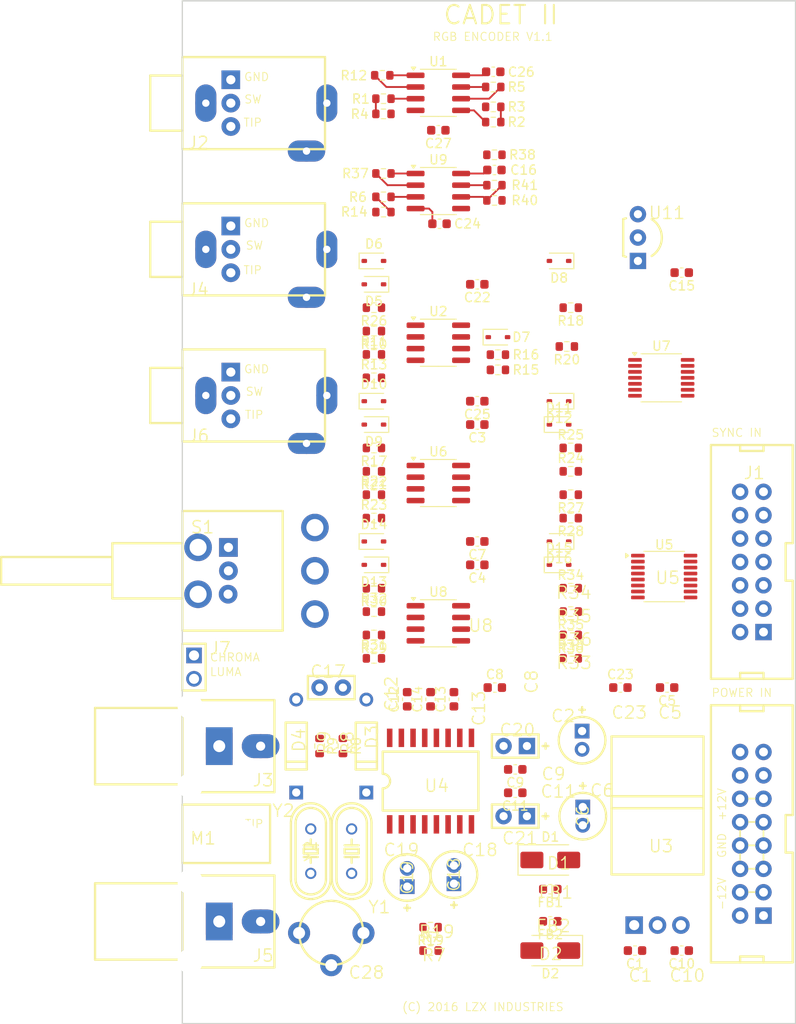
<source format=kicad_pcb>
(kicad_pcb (version 20240108) (generator "pcbnew") (generator_version "8.0")
  (layers (0 "F.Cu" signal) (31 "B.Cu" signal) (34 "B.Paste" user) (35 "F.Paste" user) (36 "B.SilkS" user "B.Silkscreen") (37 "F.SilkS" user "F.Silkscreen") (38 "B.Mask" user) (39 "F.Mask" user) (44 "Edge.Cuts" user))
  (net 0 "")
  (net 1 "+12V")
  (net 2 "+5V")
  (net 3 "-12V")
  (net 4 "BLUE_BLANKING")
  (net 5 "CSYNC")
  (net 6 "GREEN_BLANKING")
  (net 7 "Net_7")
  (net 8 "Net_10")
  (net 9 "Net_15")
  (net 10 "Net_18")
  (net 11 "Net_38")
  (net 12 "Net_39")
  (net 13 "Net_53")
  (net 14 "Net_70")
  (net 15 "Net_71")
  (net 16 "GND")
  (net 17 "Net-(C2-MINUS)")
  (net 18 "Net-(U5-Y)")
  (net 19 "Net-(U4-GIN)")
  (net 20 "Net-(U5-X)")
  (net 21 "Net-(U4-RIN)")
  (net 22 "Net-(U4-BIN)")
  (net 23 "Net-(U5-Z)")
  (net 26 "RED_BLANKING")
  (net 29 "Net-(U4-FIN)")
  (net 30 "Net-(D1-K)")
  (net 31 "Net-(D1-A)")
  (net 32 "Net-(D2-A)")
  (net 33 "Net-(D2-K)")
  (net 34 "Net-(D3-A)")
  (net 35 "Net-(D4-A)")
  (net 36 "Net-(D5-K)")
  (net 37 "Net-(D5-A)")
  (net 38 "Net-(D6-K)")
  (net 39 "Net-(D7-K)")
  (net 40 "Net-(D7-A)")
  (net 41 "Net-(D10-A)")
  (net 42 "Net-(D9-A)")
  (net 43 "Net-(D10-K)")
  (net 44 "Net-(D11-A)")
  (net 45 "Net-(D11-K)")
  (net 46 "Net-(D13-A)")
  (net 47 "Net-(D13-K)")
  (net 48 "Net-(D14-K)")
  (net 49 "Net-(D15-K)")
  (net 50 "Net-(D15-A)")
  (net 51 "Net-(J1-Burst_Gate-Pad7)")
  (net 52 "Net-(J1-H_Sync-Pad11)")
  (net 53 "Net-(J1-V_Sync-Pad10)")
  (net 54 "Net-(U7C-A)")
  (net 55 "Net-(U7A-A)")
  (net 56 "Net-(J1-Odd{slash}Even-Pad5)")
  (net 57 "Net-(J2-Switch-Pad2A)")
  (net 58 "Net-(R1-A)")
  (net 59 "Net-(J3-Tip)")
  (net 60 "Net-(R2-A)")
  (net 61 "Net-(J4-Switch-Pad2A)")
  (net 62 "Net-(J5-Tip)")
  (net 63 "Net-(J6-Switch-Pad2A)")
  (net 64 "Net-(R14-B)")
  (net 65 "Net-(J9-Gate-Pad15)")
  (net 66 "Net-(J9-+5V-Pad11)")
  (net 67 "Net-(J9-CV-Pad13)")
  (net 68 "Net-(R1-B)")
  (net 69 "Net-(R2-B)")
  (net 70 "Net-(R5-A)")
  (net 71 "Net-(R23-A)")
  (net 72 "Net-(R6-B)")
  (net 74 "Net-(R8-B)")
  (net 75 "Net-(R9-B)")
  (net 76 "Net-(R10-A)")
  (net 77 "/Schematic1/2/CLIP_REF")
  (net 78 "Net-(R12-A)")
  (net 79 "Net-(R12-B)")
  (net 80 "Net-(R15-A)")
  (net 81 "Net-(R17-A)")
  (net 83 "Net-(R24-A)")
  (net 84 "Net-(R29-A)")
  (net 85 "Net-(R32-A)")
  (net 86 "Net-(R33-A)")
  (net 87 "Net-(R37-A)")
  (net 88 "Net-(R38-A)")
  (net 89 "Net-(R40-B)")
  (net 91 "/Schematic2/2/BLANKING")
  (net 92 "Net-(U7A-Y)")
  (net 93 "/Schematic2/2/CSYNC")
  (net 94 "Net-(U7C-Y)")
  (footprint "Resistor_SMD:R_0603_1608Metric" (layer "F.Cu") (at 136 103.0986)
    (property "Reference" "R22")
    (property "Value" "1K")
  )
  (footprint "Resistor_SMD:R_0603_1608Metric" (layer "F.Cu") (at 149.098 66.167 180)
    (property "Reference" "R38")
    (property "Value" "4.99K")
  )
  (footprint "Resistor_SMD:R_0603_1608Metric" (layer "F.Cu") (at 157.3976 120.8786)
    (property "Reference" "R33")
    (property "Value" "1K")
  )
  (footprint "Resistor_SMD:R_0603_1608Metric" (layer "F.Cu") (at 157.3976 82.7786 180)
    (property "Reference" "R18")
    (property "Value" "1K")
  )
  (footprint "Diode_SMD:D_SOD-323" (layer "F.Cu") (at 136 110.7186 180)
    (property "Reference" "D13")
    (property "Value" "1N5711")
  )
  (footprint "C2:PJ302M" (layer "F.Cu") (at 115.1828 60.5536)
    (property "Reference" "J2" (hide yes))
    (property "Value" "3.5MM_JACK" (hide yes))
  )
  (footprint "C2:HDR-2x1T_2.54x2.54_3x5" (layer "F.Cu") (at 116.4401 121.8311 180)
    (property "Reference" "J7" (hide yes))
    (property "Value" "1X2 PIN HEADER" (hide yes))
  )
  (footprint "Package_SO:TSSOP-16_4.4x5mm_P0.65mm" (layer "F.Cu") (at 167.5576 111.9886)
    (property "Reference" "U5")
    (property "Value" "CD4053")
  )
  (footprint "Resistor_SMD:R_0603_1608Metric" (layer "F.Cu") (at 136 105.6386)
    (property "Reference" "R23")
    (property "Value" "1.4K")
  )
  (footprint "Resistor_SMD:R_0603_1608Metric" (layer "F.Cu") (at 136 113.2586 180)
    (property "Reference" "R30")
    (property "Value" "1K")
  )
  (footprint "Capacitor_SMD:C_0603_1608Metric" (layer "F.Cu") (at 148.971 57.15)
    (property "Reference" "C26")
    (property "Value" "100n")
  )
  (footprint "Diode_SMD:D_SMA" (layer "F.Cu") (at 155.1751 152.6286 180)
    (property "Reference" "D2")
    (property "Value" "1N4001")
  )
  (footprint "C2:DO-35" (layer "F.Cu") (at 127.5526 130.4036 90)
    (property "Reference" "D4" (hide yes))
    (property "Value" "1N4148" (hide yes))
  )
  (footprint "C2:RCJ-04X" (layer "F.Cu") (at 115.1828 130.4163 -90)
    (property "Reference" "J3" (hide yes))
    (property "Value" "RCJ-04X" (hide yes))
  )
  (footprint "C2:TO-92-100R" (layer "F.Cu") (at 164.7001 75.1586 -90)
    (property "Reference" "U11" (hide yes))
    (property "Value" "TL431" (hide yes))
  )
  (footprint "Resistor_SMD:R_0603_1608Metric" (layer "F.Cu") (at 136 85.3186 180)
    (property "Reference" "R10")
    (property "Value" "1K")
  )
  (footprint "Diode_SMD:D_SOD-323" (layer "F.Cu") (at 156.1276 95.4786)
    (property "Reference" "D11")
    (property "Value" "1N5711")
  )
  (footprint "Resistor_SMD:R_0603_1608Metric" (layer "F.Cu") (at 137.033 61.722 180)
    (property "Reference" "R4")
    (property "Value" "100K")
  )
  (footprint "Resistor_SMD:R_0603_1608Metric" (layer "F.Cu") (at 148.971 58.801 180)
    (property "Reference" "R5")
    (property "Value" "1K")
  )
  (footprint "Resistor_SMD:R_0603_1608Metric" (layer "F.Cu") (at 157.3976 115.7986 180)
    (property "Reference" "R35")
    (property "Value" "1K")
  )
  (footprint "Capacitor_SMD:C_0603_1608Metric" (layer "F.Cu") (at 147.2376 92.9386 180)
    (property "Reference" "C25")
    (property "Value" "100n")
  )
  (footprint "Resistor_SMD:R_0603_1608Metric" (layer "F.Cu") (at 136 118.3386 180)
    (property "Reference" "R29")
    (property "Value" "1K")
  )
  (footprint "Resistor_SMD:R_0603_1608Metric" (layer "F.Cu") (at 149.479 87.884)
    (property "Reference" "R16")
    (property "Value" "1K")
  )
  (footprint "Resistor_SMD:R_0603_1608Metric" (layer "F.Cu") (at 132.6326 130.4036 -90)
    (property "Reference" "R8")
    (property "Value" "10K")
  )
  (footprint "Resistor_SMD:R_0603_1608Metric" (layer "F.Cu") (at 156.972 86.995 180)
    (property "Reference" "R20")
    (property "Value" "1K")
  )
  (footprint "C2:HC-49U" (layer "F.Cu") (at 129.1326 141.8261 90)
    (property "Reference" "Y2")
    (property "Value" "4.43MHz")
  )
  (footprint "Resistor_SMD:R_0603_1608Metric" (layer "F.Cu") (at 157.3976 118.3386 180)
    (property "Reference" "R36")
    (property "Value" "1K")
  )
  (footprint "Resistor_SMD:R_0603_1608Metric" (layer "F.Cu") (at 136 115.7986)
    (property "Reference" "R32")
    (property "Value" "1.4K")
  )
  (footprint "Diode_SMD:D_SMA" (layer "F.Cu") (at 155.174833 142.783733)
    (property "Reference" "D1")
    (property "Value" "1N4001")
  )
  (footprint "C2:CAPPR-2_5.08" (layer "F.Cu") (at 144.6976 144.3736 90)
    (property "Reference" "C18")
    (property "Value" "220uF 6.3V")
  )
  (footprint "C2:PCAP-2.54_6.6x3_C21" (layer "F.Cu") (at 151.3651 138.0236 180)
    (property "Reference" "C21" (hide yes))
    (property "Value" "10u Tantalum" (hide yes))
  )
  (footprint "Resistor_SMD:R_0603_1608Metric" (layer "F.Cu") (at 136 100.5586 180)
    (property "Reference" "R21")
    (property "Value" "1K")
  )
  (footprint "Resistor_SMD:R_0603_1608Metric" (layer "F.Cu") (at 148.971 62.611 180)
    (property "Reference" "R2")
    (property "Value" "499R")
  )
  (footprint "Resistor_SMD:R_0603_1608Metric" (layer "F.Cu") (at 136 98.0186 180)
    (property "Reference" "R17")
    (property "Value" "1K")
  )
  (footprint "Resistor_SMD:R_0603_1608Metric" (layer "F.Cu") (at 136 90.3986)
    (property "Reference" "R13")
    (property "Value" "1.4K")
  )
  (footprint "C2:CAPPR-2_5.08" (layer "F.Cu") (at 158.6295 129.7686 -90)
    (property "Reference" "C2" (hide yes))
    (property "Value" "10u 25V" (hide yes))
  )
  (footprint "C2:GYA22000" (layer "F.Cu") (at 131.3626 150.7161 -90)
    (property "Reference" "C28" (hide yes))
    (property "Value" "DNP" (hide yes))
  )
  (footprint "Capacitor_SMD:C_0603_1608Metric" (layer "F.Cu") (at 169.4626 152.6286 180)
    (property "Reference" "C10")
    (property "Value" "100n")
  )
  (footprint "Resistor_SMD:R_0603_1608Metric" (layer "F.Cu") (at 130.0926 130.4036 -90)
    (property "Reference" "R9")
    (property "Value" "10K")
  )
  (footprint "Capacitor_SMD:C_0603_1608Metric" (layer "F.Cu") (at 139.6176 125.3236 90)
    (property "Reference" "C12")
    (property "Value" "100n")
  )
  (footprint "Diode_SMD:D_SOD-323" (layer "F.Cu") (at 156.1276 92.9386 180)
    (property "Reference" "D12")
    (property "Value" "1N5711")
  )
  (footprint "Capacitor_SMD:C_0603_1608Metric" (layer "F.Cu") (at 147.2376 95.4786 180)
    (property "Reference" "C3")
    (property "Value" "100n")
  )
  (footprint "C2:PCAP-2.54_6.6x3" (layer "F.Cu") (at 151.3651 130.4036 180)
    (property "Reference" "C20" (hide yes))
    (property "Value" "10u Tantalum" (hide yes))
  )
  (footprint "Resistor_SMD:R_0603_1608Metric" (layer "F.Cu") (at 136 87.8586)
    (property "Reference" "R11")
    (property "Value" "1K")
  )
  (footprint "Capacitor_SMD:C_0603_1608Metric" (layer "F.Cu") (at 143.129 73.66 180)
    (property "Reference" "C24")
    (property "Value" "100n")
  )
  (footprint "Capacitor_SMD:C_0603_1608Metric" (layer "F.Cu") (at 164.3826 152.6286 180)
    (property "Reference" "C1")
    (property "Value" "330n")
  )
  (footprint "Capacitor_SMD:C_0603_1608Metric" (layer "F.Cu") (at 149.098 67.818)
    (property "Reference" "C16")
    (property "Value" "100n")
  )
  (footprint "Capacitor_SMD:C_0603_1608Metric" (layer "F.Cu") (at 147.2376 110.7186 180)
    (property "Reference" "C4")
    (property "Value" "100n")
  )
  (footprint "Resistor_SMD:R_0603_1608Metric" (layer "F.Cu") (at 136 82.7786 180)
    (property "Reference" "R26")
    (property "Value" "1K")
  )
  (footprint "C2:KEYSTONE621" (layer "F.Cu") (at 115.1828 139.9413 -90)
    (property "Reference" "M1" (hide yes))
    (property "Value" "KEYSTONE621" (hide yes))
  )
  (footprint "C2:DO-35" (layer "F.Cu") (at 135.1726 130.4036 90)
    (property "Reference" "D3" (hide yes))
    (property "Value" "1N4148" (hide yes))
  )
  (footprint "C2:CAP-2.54_6.6x3_C17" (layer "F.Cu") (at 131.3626 124.0536)
    (property "Reference" "C17" (hide yes))
    (property "Value" "DNP" (hide yes))
  )
  (footprint "Diode_SMD:D_SOD-323" (layer "F.Cu") (at 156.1276 110.7186)
    (property "Reference" "D15")
    (property "Value" "1N5711")
  )
  (footprint "Resistor_SMD:R_0603_1608Metric" (layer "F.Cu") (at 148.971 60.96)
    (property "Reference" "R3")
    (property "Value" "100K")
  )
  (footprint "C2:IDC14M" (layer "F.Cu") (at 177.0826 110.4011 -90)
    (property "Reference" "J1" (hide yes))
    (property "Value" "LZXSYNC14" (hide yes))
  )
  (footprint "Resistor_SMD:R_0603_1608Metric" (layer "F.Cu") (at 136.906 57.531)
    (property "Reference" "R12")
    (property "Value" "1K")
  )
  (footprint "C2:PJ302M" (layer "F.Cu") (at 115.1828 76.4413)
    (property "Reference" "J4" (hide yes))
    (property "Value" "3.5MM_JACK" (hide yes))
  )
  (footprint "Resistor_SMD:R_0603_1608Metric" (layer "F.Cu") (at 157.3976 105.6386 180)
    (property "Reference" "R28")
    (property "Value" "1K")
  )
  (footprint "Diode_SMD:D_SOD-323" (layer "F.Cu") (at 136 92.9386)
    (property "Reference" "D10")
    (property "Value" "1N5711")
  )
  (footprint "Capacitor_SMD:C_0603_1608Metric" (layer "F.Cu") (at 144.6976 125.3236 90)
    (property "Reference" "C13")
    (property "Value" "100n")
  )
  (footprint "Resistor_SMD:R_0603_1608Metric" (layer "F.Cu") (at 149.479 89.535)
    (property "Reference" "R15")
    (property "Value" "1K")
  )
  (footprint "Capacitor_SMD:C_0603_1608Metric" (layer "F.Cu") (at 151.3651 135.4836 180)
    (property "Reference" "C11")
    (property "Value" "1u")
  )
  (footprint "Package_SO:TSSOP-14_4.4x5mm_P0.65mm" (layer "F.Cu") (at 167.2401 90.3986)
    (property "Reference" "U7")
    (property "Value" "74HC14")
  )
  (footprint "Resistor_SMD:R_0603_1608Metric" (layer "F.Cu") (at 137.033 70.739)
    (property "Reference" "R6")
    (property "Value" "499R")
  )
  (footprint "Diode_SMD:D_SOD-323" (layer "F.Cu") (at 156.1276 108.1786 180)
    (property "Reference" "D16")
    (property "Value" "1N5711")
  )
  (footprint "Inductor_SMD:L_0603_1608Metric" (layer "F.Cu") (at 155.174833 149.451933 180)
    (property "Reference" "FB2")
    (property "Value" "68R")
  )
  (footprint "Capacitor_SMD:C_0603_1608Metric" (layer "F.Cu") (at 162.7951 124.0536)
    (property "Reference" "C23")
    (property "Value" "100n")
  )
  (footprint "Resistor_SMD:R_0603_1608Metric" (layer "F.Cu") (at 142.1576 152.6286)
    (property "Reference" "R7")
    (property "Value" "75R")
  )
  (footprint "Diode_SMD:D_SOD-323" (layer "F.Cu") (at 136 77.6986)
    (property "Reference" "D6")
    (property "Value" "1N5711")
  )
  (footprint "Resistor_SMD:R_0603_1608Metric" (layer "F.Cu") (at 137.033 68.199)
    (property "Reference" "R37")
    (property "Value" "1K")
  )
  (footprint "Resistor_SMD:R_0603_1608Metric" (layer "F.Cu") (at 157.3976 98.0186)
    (property "Reference" "R25")
    (property "Value" "1K")
  )
  (footprint "Capacitor_SMD:C_0603_1608Metric" (layer "F.Cu") (at 143.002 63.5 180)
    (property "Reference" "C27")
    (property "Value" "100n")
  )
  (footprint "Diode_SMD:D_SOD-323" (layer "F.Cu") (at 136 80.2386 180)
    (property "Reference" "D5")
    (property "Value" "1N5711")
  )
  (footprint "Capacitor_SMD:C_0603_1608Metric" (layer "F.Cu") (at 142.1576 125.3236 90)
    (property "Reference" "C14")
    (property "Value" "100n")
  )
  (footprint "Inductor_SMD:L_0603_1608Metric" (layer "F.Cu") (at 155.174833 145.959067 180)
    (property "Reference" "FB1")
    (property "Value" "68R")
  )
  (footprint "Package_SO:SOIC-8_3.9x4.9mm_P1.27mm" (layer "F.Cu") (at 143 117.0686)
    (property "Reference" "U8")
    (property "Value" "LM6172")
  )
  (footprint "C2:CAPPR-2_5.08" (layer "F.Cu") (at 139.6176 144.6911 90)
    (property "Reference" "C19")
    (property "Value" "220uF 6.3V")
  )
  (footprint "Capacitor_SMD:C_0603_1608Metric" (layer "F.Cu") (at 151.3651 132.9436 180)
    (property "Reference" "C9")
    (property "Value" "1u")
  )
  (footprint "Diode_SMD:D_SOD-323" (layer "F.Cu") (at 136 108.1786)
    (property "Reference" "D14")
    (property "Value" "1N5711")
  )
  (footprint "Diode_SMD:D_SOD-323" (layer "F.Cu") (at 149.479 85.979)
    (property "Reference" "D7")
    (property "Value" "1N5711")
  )
  (footprint "Capacitor_SMD:C_0603_1608Metric" (layer "F.Cu") (at 167.8751 124.0536 180)
    (property "Reference" "C5")
    (property "Value" "100n")
  )
  (footprint "Capacitor_SMD:C_0603_1608Metric" (layer "F.Cu") (at 149.1426 124.0536)
    (property "Reference" "C8")
    (property "Value" "100n")
  )
  (footprint "C2:CAPPR-2_5.08" (layer "F.Cu") (at 158.7057 138.0236 -90)
    (property "Reference" "C6")
    (property "Value" "10u 25V")
  )
  (footprint "C2:SOIC-16_300mil" (layer "F.Cu") (at 142.1576 134.2136 90)
    (property "Reference" "U4" (hide yes))
    (property "Value" "AD724" (hide yes))
  )
  (footprint "C2:IDC16M" (layer "F.Cu") (at 177.0826 139.9413 -90)
    (property "Reference" "J9" (hide yes))
    (property "Value" "2X8_PIN_HEADER" (hide yes))
  )
  (footprint "Capacitor_SMD:C_0603_1608Metric" (layer "F.Cu") (at 169.4626 78.9686 180)
    (property "Reference" "C15")
    (property "Value" "100n")
  )
  (footprint "Diode_SMD:D_SOD-323" (layer "F.Cu") (at 156.1276 77.6986 180)
    (property "Reference" "D8")
    (property "Value" "1N5711")
  )
  (footprint "C2:HC-49U" (layer "F.Cu") (at 133.5776 141.8261 90)
    (property "Reference" "Y1" (hide yes))
    (property "Value" "3.58MHz" (hide yes))
  )
  (footprint "Package_SO:SOIC-8_3.9x4.9mm_P1.27mm" (layer "F.Cu") (at 143 59.436)
    (property "Reference" "U1")
    (property "Value" "LM6172")
  )
  (footprint "Resistor_SMD:R_0603_1608Metric" (layer "F.Cu") (at 157.3976 100.5586)
    (property "Reference" "R24")
    (property "Value" "1K")
  )
  (footprint "Resistor_SMD:R_0603_1608Metric" (layer "F.Cu") (at 136 120.8786)
    (property "Reference" "R31")
    (property "Value" "1K")
  )
  (footprint "Diode_SMD:D_SOD-323" (layer "F.Cu") (at 136 95.4786 180)
    (property "Reference" "D9")
    (property "Value" "1N5711")
  )
  (footprint "C2:TO-220H" (layer "F.Cu") (at 166.832567 149.861133)
    (property "Reference" "U3" (hide yes))
    (property "Value" "7805" (hide yes))
  )
  (footprint "Package_SO:SOIC-8_3.9x4.9mm_P1.27mm" (layer "F.Cu") (at 143 86.5886)
    (property "Reference" "U2")
    (property "Value" "LM6172")
  )
  (footprint "Package_SO:SOIC-8_3.9x4.9mm_P1.27mm" (layer "F.Cu") (at 143.002 70.104)
    (property "Reference" "U9")
    (property "Value" "LM6172")
  )
  (footprint "C2:10TF230-DIY" (layer "F.Cu") (at 115.1828 111.3663 -90)
    (property "Reference" "S1" (hide yes))
    (property "Value" "10TF230-DIY" (hide yes))
  )
  (footprint "Resistor_SMD:R_0603_1608Metric" (layer "F.Cu") (at 149.098 69.469 180)
    (property "Reference" "R41")
    (property "Value" "1K")
  )
  (footprint "Capacitor_SMD:C_0603_1608Metric" (layer "F.Cu") (at 147.2376 108.1786 180)
    (property "Reference" "C7")
    (property "Value" "100n")
  )
  (footprint "Resistor_SMD:R_0603_1608Metric" (layer "F.Cu") (at 137.033 60.071)
    (property "Reference" "R1")
    (property "Value" "499R")
  )
  (footprint "C2:RCJ-04X" (layer "F.Cu") (at 115.1828 149.4663 -90)
    (property "Reference" "J5" (hide yes))
    (property "Value" "RCJ-04X" (hide yes))
  )
  (footprint "Package_SO:SOIC-8_3.9x4.9mm_P1.27mm" (layer "F.Cu") (at 143 101.8286)
    (property "Reference" "U6")
    (property "Value" "LM6172")
  )
  (footprint "Resistor_SMD:R_0603_1608Metric" (layer "F.Cu") (at 142.1576 150.0886 180)
    (property "Reference" "R19")
    (property "Value" "75R")
  )
  (footprint "C2:PJ302M" (layer "F.Cu") (at 115.1828 92.3163)
    (property "Reference" "J6" (hide yes))
    (property "Value" "3.5MM_JACK" (hide yes))
  )
  (footprint "Capacitor_SMD:C_0603_1608Metric" (layer "F.Cu") (at 147.2376 80.2386 180)
    (property "Reference" "C22")
    (property "Value" "100n")
  )
  (footprint "Resistor_SMD:R_0603_1608Metric" (layer "F.Cu") (at 149.098 71.12 180)
    (property "Reference" "R40")
    (property "Value" "3.48K")
  )
  (footprint "Resistor_SMD:R_0603_1608Metric" (layer "F.Cu") (at 157.3976 113.2586)
    (property "Reference" "R34")
    (property "Value" "1K")
  )
  (footprint "Resistor_SMD:R_0603_1608Metric" (layer "F.Cu") (at 137.033 72.39)
    (property "Reference" "R14")
    (property "Value" "100K")
  )
  (footprint "Resistor_SMD:R_0603_1608Metric" (layer "F.Cu") (at 157.3976 103.0986 180)
    (property "Reference" "R27")
    (property "Value" "1K")
  )
  (gr_line (start 176.7606 138.6561) (end 177.3956 138.6561) (stroke (width 0.178)) (layer "F.SilkS"))
  (gr_line (start 176.7606 136.1151) (end 177.3956 136.1151) (stroke (width 0.178)) (layer "F.SilkS"))
  (gr_line (start 176.7606 146.2761) (end 177.3956 146.2761) (stroke (width 0.178)) (layer "F.SilkS"))
  (gr_line (start 176.7606 141.1961) (end 177.3956 141.1961) (stroke (width 0.178)) (layer "F.SilkS"))
  (gr_line (start 177.3956 143.7351) (end 177.2366 143.7351) (stroke (width 0.178)) (layer "F.SilkS"))
  (gr_line (start 176.7606 143.7351) (end 177.3956 143.7351) (stroke (width 0.178)) (layer "F.SilkS"))
  (gr_line (start 175.8086 142.7831) (end 175.8086 142.1481) (stroke (width 0.178)) (layer "F.SilkS"))
  (gr_line (start 178.3486 140.2431) (end 178.3486 139.6081) (stroke (width 0.178)) (layer "F.SilkS"))
  (gr_line (start 178.3486 142.7831) (end 178.3486 142.1481) (stroke (width 0.178)) (layer "F.SilkS"))
  (gr_line (start 175.8086 140.2431) (end 175.8086 139.6081) (stroke (width 0.178)) (layer "F.SilkS"))
  (gr_line (start 115.1696 160.5661) (end 181.8326 160.5661) (stroke (width 0.14)) (layer "Edge.Cuts"))
  (gr_line (start 181.8326 49.4411) (end 115.1696 49.4411) (stroke (width 0.14)) (layer "Edge.Cuts"))
  (gr_line (start 115.1696 49.4411) (end 115.1696 160.5661) (stroke (width 0.14)) (layer "Edge.Cuts"))
  (gr_line (start 181.8326 160.5661) (end 181.8326 49.4411) (stroke (width 0.14)) (layer "Edge.Cuts"))
  (gr_text "" (at 158.6796 107.0281 0) (layer "F.SilkS") (effects (font (size 0.001 0.001)) (justify left)))
  (gr_text "J2" (at 115.6736 65.6501 0) (layer "F.SilkS") (effects (font (size 1.332 1.332) (thickness 0.148)) (justify left bottom)))
  (gr_text "" (at 154.8616 91.6681 0) (layer "F.SilkS") (effects (font (size 0.001 0.001)) (justify left)))
  (gr_text "" (at 181.5276 125.9711 0) (layer "F.SilkS") (effects (font (size 0.001 0.001)) (justify left)))
  (gr_text "" (at 154.8616 96.7491 0) (layer "F.SilkS") (effects (font (size 0.001 0.001)) (justify left)))
  (gr_text "" (at 139.6136 81.5081 0) (layer "F.SilkS") (effects (font (size 0.001 0.001)) (justify left)))
  (gr_text "" (at 159.9336 104.3691 0) (layer "F.SilkS") (effects (font (size 0.001 0.001)) (justify left)))
  (gr_text "" (at 139.6136 122.1481 0) (layer "F.SilkS") (effects (font (size 0.001 0.001)) (justify left)))
  (gr_text "" (at 132.8156 142.0801 90) (layer "F.SilkS") (effects (font (size 0.001 0.001)) (justify left)))
  (gr_text "" (at 132.8156 142.4611 90) (layer "F.SilkS") (effects (font (size 0.001 0.001)) (justify left)))
  (gr_text "" (at 126.4026 132.9561 90) (layer "F.SilkS") (effects (font (size 0.001 0.001)) (justify left)))
  (gr_text "" (at 158.6796 91.7881 0) (layer "F.SilkS") (effects (font (size 0.001 0.001)) (justify left)))
  (gr_text "" (at 154.8616 58.0131 0) (layer "F.SilkS") (effects (font (size 0.001 0.001)) (justify left)))
  (gr_text "" (at 152.9526 55.4741 0) (layer "F.SilkS") (effects (font (size 0.001 0.001)) (justify left)))
  (gr_text "" (at 134.5416 117.0681 0) (layer "F.SilkS") (effects (font (size 0.001 0.001)) (justify left)))
  (gr_text "" (at 140.8996 109.5691 0) (layer "F.SilkS") (effects (font (size 0.001 0.001)) (justify left)))
  (gr_text "" (at 181.5276 97.7011 0) (layer "F.SilkS") (effects (font (size 0.001 0.001)) (justify left)))
  (gr_text "" (at 134.5416 101.8291 0) (layer "F.SilkS") (effects (font (size 0.001 0.001)) (justify left)))
  (gr_text "" (at 158.6796 81.3881 0) (layer "F.SilkS") (effects (font (size 0.001 0.001)) (justify left)))
  (gr_text "" (at 146.6366 66.3491 0) (layer "F.SilkS") (effects (font (size 0.001 0.001)) (justify left)))
  (gr_text "" (at 117.7096 124.3711 0) (layer "F.SilkS") (effects (font (size 0.001 0.001)) (justify left)))
  (gr_text "" (at 135.7956 107.0281 0) (layer "F.SilkS") (effects (font (size 0.001 0.001)) (justify left)))
  (gr_text "" (at 158.7056 134.4241 0) (layer "F.SilkS") (effects (font (size 0.001 0.001)) (justify left)))
  (gr_text "" (at 134.5416 91.6681 0) (layer "F.SilkS") (effects (font (size 0.001 0.001)) (justify left)))
  (gr_text "" (at 136.6436 78.8491 0) (layer "F.SilkS") (effects (font (size 0.001 0.001)) (justify left)))
  (gr_text "" (at 158.6796 94.0881 0) (layer "F.SilkS") (effects (font (size 0.001 0.001)) (justify left)))
  (gr_text "" (at 154.8616 122.1481 0) (layer "F.SilkS") (effects (font (size 0.001 0.001)) (justify left)))
  (gr_text "" (at 172.0026 80.2391 0) (layer "F.SilkS") (effects (font (size 0.001 0.001)) (justify left)))
  (gr_text "" (at 134.5416 119.6091 0) (layer "F.SilkS") (effects (font (size 0.001 0.001)) (justify left)))
  (gr_text "" (at 154.9646 138.0231 0) (layer "F.SilkS") (effects (font (size 0.001 0.001)) (justify left)))
  (gr_text "" (at 159.9336 119.6091 0) (layer "F.SilkS") (effects (font (size 0.001 0.001)) (justify left)))
  (gr_text "" (at 139.6136 71.3491 0) (layer "F.SilkS") (effects (font (size 0.001 0.001)) (justify left)))
  (gr_text "" (at 149.8376 66.3491 0) (layer "F.SilkS") (effects (font (size 0.001 0.001)) (justify left)))
  (gr_text "" (at 135.7956 78.8491 0) (layer "F.SilkS") (effects (font (size 0.001 0.001)) (justify left)))
  (gr_text "" (at 131.4186 144.8741 90) (layer "F.SilkS") (effects (font (size 0.001 0.001)) (justify left)))
  (gr_text "" (at 175.8116 153.2691 0) (layer "F.SilkS") (effects (font (size 0.001 0.001)) (justify left)))
  (gr_text "" (at 139.6136 96.7491 0) (layer "F.SilkS") (effects (font (size 0.001 0.001)) (justify left)))
  (gr_text "" (at 160.2546 122.7831 0) (layer "F.SilkS") (effects (font (size 0.001 0.001)) (justify left)))
  (gr_text "" (at 134.8626 147.2161 0) (layer "F.SilkS") (effects (font (size 0.001 0.001)) (justify left)))
  (gr_text "" (at 134.5416 84.0481 0) (layer "F.SilkS") (effects (font (size 0.001 0.001)) (justify left)))
  (gr_text "" (at 139.6136 111.9891 0) (layer "F.SilkS") (effects (font (size 0.001 0.001)) (justify left)))
  (gr_text "" (at 153.9056 134.2131 0) (layer "F.SilkS") (effects (font (size 0.001 0.001)) (justify left)))
  (gr_text "" (at 158.6796 91.7881 0) (layer "F.SilkS") (effects (font (size 0.001 0.001)) (justify left)))
  (gr_text "R36" (at 155.7606 119.6091 0) (layer "F.SilkS") (effects (font (size 1.332 1.332) (thickness 0.148)) (justify left bottom)))
  (gr_text "" (at 153.5756 94.3291 0) (layer "F.SilkS") (effects (font (size 0.001 0.001)) (justify left)))
  (gr_text "" (at 128.3706 142.4611 90) (layer "F.SilkS") (effects (font (size 0.001 0.001)) (justify left)))
  (gr_text "" (at 154.8616 104.3691 0) (layer "F.SilkS") (effects (font (size 0.001 0.001)) (justify left)))
  (gr_text "" (at 129.1326 142.4611 90) (layer "F.SilkS") (effects (font (size 0.001 0.001)) (justify left)))
  (gr_text "" (at 115.1826 108.3661 0) (layer "F.SilkS") (effects (font (size 0.001 0.001)) (justify left)))
  (gr_text "" (at 153.5756 96.6291 0) (layer "F.SilkS") (effects (font (size 0.001 0.001)) (justify left)))
  (gr_text "" (at 135.7956 94.0881 0) (layer "F.SilkS") (effects (font (size 0.001 0.001)) (justify left)))
  (gr_text "" (at 115.1826 126.2671 0) (layer "F.SilkS") (effects (font (size 0.001 0.001)) (justify left)))
  (gr_text "" (at 170.1576 101.7891 0) (layer "F.SilkS") (effects (font (size 0.001 0.001)) (justify left)))
  (gr_text "J6" (at 115.7196 97.4721 0) (layer "F.SilkS") (effects (font (size 1.332 1.332) (thickness 0.148)) (justify left bottom)))
  (gr_text "" (at 178.3536 97.7011 0) (layer "F.SilkS") (effects (font (size 0.001 0.001)) (justify left)))
  (gr_text "U4" (at 141.3986 135.4991 0) (layer "F.SilkS") (effects (font (size 1.332 1.332) (thickness 0.148)) (justify left bottom)))
  (gr_text "" (at 130.7836 138.7781 90) (layer "F.SilkS") (effects (font (size 0.001 0.001)) (justify left)))
  (gr_text "" (at 140.8876 127.8641 90) (layer "F.SilkS") (effects (font (size 0.001 0.001)) (justify left)))
  (gr_text "LUMA" (at 118.1096 121.8311 0) (layer "F.SilkS") (effects (font (size 0.8883 0.8883) (thickness 0.0987)) (justify left top)))
  (gr_text "" (at 161.8326 129.3611 0) (layer "F.SilkS") (effects (font (size 0.001 0.001)) (justify left)))
  (gr_text "" (at 154.8616 73.8881 0) (layer "F.SilkS") (effects (font (size 0.001 0.001)) (justify left)))
  (gr_text "" (at 131.3626 127.8681 0) (layer "F.SilkS") (effects (font (size 0.001 0.001)) (justify left)))
  (gr_text "" (at 157.8316 107.0281 0) (layer "F.SilkS") (effects (font (size 0.001 0.001)) (justify left)))
  (gr_text "TIP" (at 121.7616 62.1421 0) (layer "F.SilkS") (effects (font (size 0.8883 0.8883) (thickness 0.0987)) (justify left top)))
  (gr_text "" (at 128.7026 127.8511 90) (layer "F.SilkS") (effects (font (size 0.001 0.001)) (justify left)))
  (gr_text "C2" (at 155.1716 127.9161 0) (layer "F.SilkS") (effects (font (size 1.332 1.332) (thickness 0.148)) (justify left bottom)))
  (gr_text "C28" (at 133.1576 155.7891 0) (layer "F.SilkS") (effects (font (size 1.332 1.332) (thickness 0.148)) (justify left bottom)))
  (gr_text "" (at 130.6826 71.4371 0) (layer "F.SilkS") (effects (font (size 0.001 0.001)) (justify left)))
  (gr_text "" (at 181.5276 112.4411 0) (layer "F.SilkS") (effects (font (size 0.001 0.001)) (justify left)))
  (gr_text "R8" (at 133.9026 131.4501 90) (layer "F.SilkS") (effects (font (size 1.332 1.332) (thickness 0.148)) (justify left bottom)))
  (gr_text "FB2" (at 153.5366 150.7411 0) (layer "F.SilkS") (effects (font (size 1.332 1.332) (thickness 0.148)) (justify left bottom)))
  (gr_text "U11" (at 165.7876 73.2541 0) (layer "F.SilkS") (effects (font (size 1.332 1.332) (thickness 0.148)) (justify left bottom)))
  (gr_text "" (at 175.8116 125.9711 0) (layer "F.SilkS") (effects (font (size 0.001 0.001)) (justify left)))
  (gr_text "" (at 154.8616 99.2881 0) (layer "F.SilkS") (effects (font (size 0.001 0.001)) (justify left)))
  (gr_text "" (at 180.7626 108.3611 0) (layer "F.SilkS") (effects (font (size 0.001 0.001)) (justify left)))
  (gr_text "" (at 139.6136 84.0481 0) (layer "F.SilkS") (effects (font (size 0.001 0.001)) (justify left)))
  (gr_text "" (at 134.5416 91.6681 0) (layer "F.SilkS") (effects (font (size 0.001 0.001)) (justify left)))
  (gr_text "" (at 139.6216 151.3591 0) (layer "F.SilkS") (effects (font (size 0.001 0.001)) (justify left)))
  (gr_text "" (at 134.5416 89.1291 0) (layer "F.SilkS") (effects (font (size 0.001 0.001)) (justify left)))
  (gr_text "" (at 149.7776 81.5081 0) (layer "F.SilkS") (effects (font (size 0.001 0.001)) (justify left)))
  (gr_text "" (at 130.7836 144.8741 90) (layer "F.SilkS") (effects (font (size 0.001 0.001)) (justify left)))
  (gr_text "" (at 134.5416 68.8081 0) (layer "F.SilkS") (effects (font (size 0.001 0.001)) (justify left)))
  (gr_text "" (at 136.9506 72.9991 0) (layer "F.SilkS") (effects (font (size 0.001 0.001)) (justify left)))
  (gr_text "" (at 172.6376 97.7011 0) (layer "F.SilkS") (effects (font (size 0.001 0.001)) (justify left)))
  (gr_text "D4" (at 128.6256 131.1631 90) (layer "F.SilkS") (effects (font (size 1.332 1.332) (thickness 0.148)) (justify left bottom)))
  (gr_text "C23" (at 161.7316 127.5461 0) (layer "F.SilkS") (effects (font (size 1.332 1.332) (thickness 0.148)) (justify left bottom)))
  (gr_text "" (at 149.7776 109.4481 0) (layer "F.SilkS") (effects (font (size 0.001 0.001)) (justify left)))
  (gr_text "CADET II" (at 143.4276 49.8011 0) (layer "F.SilkS") (effects (font (size 1.998 1.998) (thickness 0.222)) (justify left top)))
  (gr_text "" (at 149.8376 96.8291 0) (layer "F.SilkS") (effects (font (size 0.001 0.001)) (justify left)))
  (gr_text "" (at 154.8616 99.2881 0) (layer "F.SilkS") (effects (font (size 0.001 0.001)) (justify left)))
  (gr_text "" (at 139.6136 68.8091 0) (layer "F.SilkS") (effects (font (size 0.001 0.001)) (justify left)))
  (gr_text "" (at 139.6136 60.5531 0) (layer "F.SilkS") (effects (font (size 0.001 0.001)) (justify left)))
  (gr_text "" (at 157.8316 91.7881 0) (layer "F.SilkS") (effects (font (size 0.001 0.001)) (justify left)))
  (gr_text "" (at 134.5416 58.0131 0) (layer "F.SilkS") (effects (font (size 0.001 0.001)) (justify left)))
  (gr_text "C10" (at 168.0376 156.1211 0) (layer "F.SilkS") (effects (font (size 1.332 1.332) (thickness 0.148)) (justify left bottom)))
  (gr_text "" (at 158.4056 134.7251 0) (layer "F.SilkS") (effects (font (size 0.001 0.001)) (justify left)))
  (gr_text "" (at 153.9056 139.2931 0) (layer "F.SilkS") (effects (font (size 0.001 0.001)) (justify left)))
  (gr_text "" (at 153.5756 81.3881 0) (layer "F.SilkS") (effects (font (size 0.001 0.001)) (justify left)))
  (gr_text "" (at 159.9336 99.2881 0) (layer "F.SilkS") (effects (font (size 0.001 0.001)) (justify left)))
  (gr_text "" (at 135.7956 109.5691 0) (layer "F.SilkS") (effects (font (size 0.001 0.001)) (justify left)))
  (gr_text "" (at 166.9566 101.7891 0) (layer "F.SilkS") (effects (font (size 0.001 0.001)) (justify left)))
  (gr_text "" (at 134.5416 58.0131 0) (layer "F.SilkS") (effects (font (size 0.001 0.001)) (justify left)))
  (gr_text "" (at 159.9336 76.4281 0) (layer "F.SilkS") (effects (font (size 0.001 0.001)) (justify left)))
  (gr_text "" (at 152.8236 144.1841 0) (layer "F.SilkS") (effects (font (size 0.001 0.001)) (justify left)))
  (gr_text "TIP" (at 121.9196 138.3411 0) (layer "F.SilkS") (effects (font (size 0.8883 0.8883) (thickness 0.0987)) (justify left top)))
  (gr_text "" (at 139.6216 153.8981 0) (layer "F.SilkS") (effects (font (size 0.001 0.001)) (justify left)))
  (gr_text "GND" (at 121.8276 88.9341 0) (layer "F.SilkS") (effects (font (size 0.8883 0.8883) (thickness 0.0987)) (justify left top)))
  (gr_text "" (at 154.8616 117.0691 0) (layer "F.SilkS") (effects (font (size 0.001 0.001)) (justify left)))
  (gr_text "" (at 134.5416 60.5541 0) (layer "F.SilkS") (effects (font (size 0.001 0.001)) (justify left)))
  (gr_text "" (at 154.8616 81.5081 0) (layer "F.SilkS") (effects (font (size 0.001 0.001)) (justify left)))
  (gr_text "" (at 139.6216 153.8981 0) (layer "F.SilkS") (effects (font (size 0.001 0.001)) (justify left)))
  (gr_text "" (at 140.8996 109.5691 0) (layer "F.SilkS") (effects (font (size 0.001 0.001)) (justify left)))
  (gr_text "" (at 134.5416 122.1481 0) (layer "F.SilkS") (effects (font (size 0.001 0.001)) (justify left)))
  (gr_text "" (at 139.6136 99.2881 0) (layer "F.SilkS") (effects (font (size 0.001 0.001)) (justify left)))
  (gr_text "" (at 144.6376 81.5891 0) (layer "F.SilkS") (effects (font (size 0.001 0.001)) (justify left)))
  (gr_text "+12V" (at 173.3186 138.5931 90) (layer "F.SilkS") (effects (font (size 0.8883 0.8883) (thickness 0.0987)) (justify left top)))
  (gr_text "SW" (at 122.0116 75.4971 0) (layer "F.SilkS") (effects (font (size 0.8883 0.8883) (thickness 0.0987)) (justify left top)))
  (gr_text "" (at 159.9336 71.3491 0) (layer "F.SilkS") (effects (font (size 0.001 0.001)) (justify left)))
  (gr_text "C20" (at 149.5616 129.4511 0) (layer "F.SilkS") (effects (font (size 1.332 1.332) (thickness 0.148)) (justify left bottom)))
  (gr_text "" (at 139.6136 73.8881 0) (layer "F.SilkS") (effects (font (size 0.001 0.001)) (justify left)))
  (gr_text "U8" (at 146.1916 118.1011 0) (layer "F.SilkS") (effects (font (size 1.332 1.332) (thickness 0.148)) (justify left bottom)))
  (gr_text "" (at 139.6136 81.5081 0) (layer "F.SilkS") (effects (font (size 0.001 0.001)) (justify left)))
  (gr_text "" (at 139.6136 117.0691 0) (layer "F.SilkS") (effects (font (size 0.001 0.001)) (justify left)))
  (gr_text "" (at 152.3176 66.2681 0) (layer "F.SilkS") (effects (font (size 0.001 0.001)) (justify left)))
  (gr_text "" (at 154.8616 89.1291 0) (layer "F.SilkS") (effects (font (size 0.001 0.001)) (justify left)))
  (gr_text "" (at 144.6376 112.0681 0) (layer "F.SilkS") (effects (font (size 0.001 0.001)) (justify left)))
  (gr_text "" (at 154.8616 89.1291 0) (layer "F.SilkS") (effects (font (size 0.001 0.001)) (justify left)))
  (gr_text "" (at 140.8996 81.3881 0) (layer "F.SilkS") (effects (font (size 0.001 0.001)) (justify left)))
  (gr_text "" (at 139.6136 117.0691 0) (layer "F.SilkS") (effects (font (size 0.001 0.001)) (justify left)))
  (gr_text "" (at 149.7776 111.9891 0) (layer "F.SilkS") (effects (font (size 0.001 0.001)) (justify left)))
  (gr_text "" (at 135.2286 144.8741 90) (layer "F.SilkS") (effects (font (size 0.001 0.001)) (justify left)))
  (gr_text "" (at 158.6796 96.6291 0) (layer "F.SilkS") (effects (font (size 0.001 0.001)) (justify left)))
  (gr_text "C1" (at 163.5786 156.1211 0) (layer "F.SilkS") (effects (font (size 1.332 1.332) (thickness 0.148)) (justify left bottom)))
  (gr_text "GND" (at 173.3146 142.6241 90) (layer "F.SilkS") (effects (font (size 0.8883 0.8883) (thickness 0.0987)) (justify left top)))
  (gr_text "" (at 129.1326 141.1911 90) (layer "F.SilkS") (effects (font (size 0.001 0.001)) (justify left)))
  (gr_text "" (at 139.6136 63.0941 0) (layer "F.SilkS") (effects (font (size 0.001 0.001)) (justify left)))
  (gr_text "J3" (at 122.7196 134.9011 0) (layer "F.SilkS") (effects (font (size 1.332 1.332) (thickness 0.148)) (justify left bottom)))
  (gr_text "" (at 149.7776 96.7491 0) (layer "F.SilkS") (effects (font (size 0.001 0.001)) (justify left)))
  (gr_text "" (at 159.9336 89.1291 0) (layer "F.SilkS") (effects (font (size 0.001 0.001)) (justify left)))
  (gr_text "" (at 134.5416 73.8881 0) (layer "F.SilkS") (effects (font (size 0.001 0.001)) (justify left)))
  (gr_text "" (at 163.0996 73.1581 0) (layer "F.SilkS") (effects (font (size 0.001 0.001)) (justify left)))
  (gr_text "" (at 172.6376 97.7011 0) (layer "F.SilkS") (effects (font (size 0.001 0.001)) (justify left)))
  (gr_text "" (at 139.6136 89.1291 0) (layer "F.SilkS") (effects (font (size 0.001 0.001)) (justify left)))
  (gr_text "" (at 140.8996 111.8691 0) (layer "F.SilkS") (effects (font (size 0.001 0.001)) (justify left)))
  (gr_text "" (at 159.9336 117.0691 0) (layer "F.SilkS") (effects (font (size 0.001 0.001)) (justify left)))
  (gr_text "" (at 157.8316 76.5491 0) (layer "F.SilkS") (effects (font (size 0.001 0.001)) (justify left)))
  (gr_text "" (at 152.9396 147.7251 0) (layer "F.SilkS") (effects (font (size 0.001 0.001)) (justify left)))
  (gr_text "" (at 159.9336 117.0691 0) (layer "F.SilkS") (effects (font (size 0.001 0.001)) (justify left)))
  (gr_text "" (at 154.8616 89.1291 0) (layer "F.SilkS") (effects (font (size 0.001 0.001)) (justify left)))
  (gr_text "" (at 140.8996 79.0891 0) (layer "F.SilkS") (effects (font (size 0.001 0.001)) (justify left)))
  (gr_text "" (at 154.8616 99.2881 0) (layer "F.SilkS") (effects (font (size 0.001 0.001)) (justify left)))
  (gr_text "" (at 153.5756 109.5691 0) (layer "F.SilkS") (effects (font (size 0.001 0.001)) (justify left)))
  (gr_text "" (at 130.6826 55.5501 0) (layer "F.SilkS") (effects (font (size 0.001 0.001)) (justify left)))
  (gr_text "" (at 159.9336 114.5281 0) (layer "F.SilkS") (effects (font (size 0.001 0.001)) (justify left)))
  (gr_text "" (at 157.5266 154.0281 0) (layer "F.SilkS") (effects (font (size 0.001 0.001)) (justify left)))
  (gr_text "" (at 144.6936 153.8981 0) (layer "F.SilkS") (effects (font (size 0.001 0.001)) (justify left)))
  (gr_text "" (at 164.9576 101.7891 0) (layer "F.SilkS") (effects (font (size 0.001 0.001)) (justify left)))
  (gr_text "" (at 172.6376 123.1011 0) (layer "F.SilkS") (effects (font (size 0.001 0.001)) (justify left)))
  (gr_text "" (at 164.6396 80.5981 0) (layer "F.SilkS") (effects (font (size 0.001 0.001)) (justify left)))
  (gr_text "" (at 157.5256 144.1841 0) (layer "F.SilkS") (effects (font (size 0.001 0.001)) (justify left)))
  (gr_text "" (at 159.9336 106.9081 0) (layer "F.SilkS") (effects (font (size 0.001 0.001)) (justify left)))
  (gr_text "" (at 154.8616 122.1481 0) (layer "F.SilkS") (effects (font (size 0.001 0.001)) (justify left)))
  (gr_text "" (at 134.5416 63.0941 0) (layer "F.SilkS") (effects (font (size 0.001 0.001)) (justify left)))
  (gr_text "" (at 159.9336 73.8881 0) (layer "F.SilkS") (effects (font (size 0.001 0.001)) (justify left)))
  (gr_text "" (at 128.8226 122.7831 0) (layer "F.SilkS") (effects (font (size 0.001 0.001)) (justify left)))
  (gr_text "" (at 134.0226 132.9561 90) (layer "F.SilkS") (effects (font (size 0.001 0.001)) (justify left)))
  (gr_text "" (at 134.3396 142.0801 90) (layer "F.SilkS") (effects (font (size 0.001 0.001)) (justify left)))
  (gr_text "U5" (at 166.5106 112.9011 0) (layer "F.SilkS") (effects (font (size 1.332 1.332) (thickness 0.148)) (justify left bottom)))
  (gr_text "SYNC IN" (at 172.6566 95.8401 0) (layer "F.SilkS") (effects (font (size 0.8883 0.8883) (thickness 0.0987)) (justify left top)))
  (gr_text "" (at 154.8616 86.5891 0) (layer "F.SilkS") (effects (font (size 0.001 0.001)) (justify left)))
  (gr_text "" (at 137.0776 147.2281 90) (layer "F.SilkS") (effects (font (size 0.001 0.001)) (justify left)))
  (gr_text "" (at 180.7626 141.9811 0) (layer "F.SilkS") (effects (font (size 0.001 0.001)) (justify left)))
  (gr_text "" (at 153.9056 131.6731 0) (layer "F.SilkS") (effects (font (size 0.001 0.001)) (justify left)))
  (gr_text "" (at 175.8116 122.4581 0) (layer "F.SilkS") (effects (font (size 0.001 0.001)) (justify left)))
  (gr_text "" (at 134.5416 55.4741 0) (layer "F.SilkS") (effects (font (size 0.001 0.001)) (justify left)))
  (gr_text "GND" (at 121.8276 73.0591 0) (layer "F.SilkS") (effects (font (size 0.8883 0.8883) (thickness 0.0987)) (justify left top)))
  (gr_text "" (at 133.5776 142.4611 90) (layer "F.SilkS") (effects (font (size 0.001 0.001)) (justify left)))
  (gr_text "" (at 136.3226 132.1081 90) (layer "F.SilkS") (effects (font (size 0.001 0.001)) (justify left)))
  (gr_text "" (at 139.6136 58.0131 0) (layer "F.SilkS") (effects (font (size 0.001 0.001)) (justify left)))
  (gr_text "" (at 158.6796 76.5491 0) (layer "F.SilkS") (effects (font (size 0.001 0.001)) (justify left)))
  (gr_text "" (at 124.7076 136.7661 0) (layer "F.SilkS") (effects (font (size 0.001 0.001)) (justify left)))
  (gr_text "" (at 139.6136 86.5881 0) (layer "F.SilkS") (effects (font (size 0.001 0.001)) (justify left)))
  (gr_text "" (at 144.6376 81.5891 0) (layer "F.SilkS") (effects (font (size 0.001 0.001)) (justify left)))
  (gr_text "" (at 129.1326 141.1911 90) (layer "F.SilkS") (effects (font (size 0.001 0.001)) (justify left)))
  (gr_text "" (at 134.5416 104.3691 0) (layer "F.SilkS") (effects (font (size 0.001 0.001)) (justify left)))
  (gr_text "" (at 154.8616 101.8281 0) (layer "F.SilkS") (effects (font (size 0.001 0.001)) (justify left)))
  (gr_text "" (at 135.7956 79.0891 0) (layer "F.SilkS") (effects (font (size 0.001 0.001)) (justify left)))
  (gr_text "" (at 154.8616 101.8291 0) (layer "F.SilkS") (effects (font (size 0.001 0.001)) (justify left)))
  (gr_text "" (at 154.8616 63.0941 0) (layer "F.SilkS") (effects (font (size 0.001 0.001)) (justify left)))
  (gr_text "" (at 139.6136 68.8081 0) (layer "F.SilkS") (effects (font (size 0.001 0.001)) (justify left)))
  (gr_text "" (at 159.9336 101.8291 0) (layer "F.SilkS") (effects (font (size 0.001 0.001)) (justify left)))
  (gr_text "" (at 144.6376 91.5891 0) (layer "F.SilkS") (effects (font (size 0.001 0.001)) (justify left)))
  (gr_text "Y1" (at 135.2836 148.6841 0) (layer "F.SilkS") (effects (font (size 1.332 1.332) (thickness 0.148)) (justify left bottom)))
  (gr_text "" (at 144.6376 96.8291 0) (layer "F.SilkS") (effects (font (size 0.001 0.001)) (justify left)))
  (gr_text "" (at 159.9336 91.6681 0) (layer "F.SilkS") (effects (font (size 0.001 0.001)) (justify left)))
  (gr_text "" (at 144.6376 96.8291 0) (layer "F.SilkS") (effects (font (size 0.001 0.001)) (justify left)))
  (gr_text "" (at 149.8376 112.0681 0) (layer "F.SilkS") (effects (font (size 0.001 0.001)) (justify left)))
  (gr_text "C6" (at 159.4056 136.0121 0) (layer "F.SilkS") (effects (font (size 1.332 1.332) (thickness 0.148)) (justify left bottom)))
  (gr_text "FB1" (at 153.8096 147.0901 0) (layer "F.SilkS") (effects (font (size 1.332 1.332) (thickness 0.148)) (justify left bottom)))
  (gr_text "" (at 139.6136 68.8091 0) (layer "F.SilkS") (effects (font (size 0.001 0.001)) (justify left)))
  (gr_text "C19" (at 136.9526 142.4691 0) (layer "F.SilkS") (effects (font (size 1.332 1.332) (thickness 0.148)) (justify left bottom)))
  (gr_text "" (at 166.9226 153.8981 0) (layer "F.SilkS") (effects (font (size 0.001 0.001)) (justify left)))
  (gr_text "R33" (at 155.7296 122.1481 0) (layer "F.SilkS") (effects (font (size 1.332 1.332) (thickness 0.148)) (justify left bottom)))
  (gr_text "" (at 172.0026 153.8981 0) (layer "F.SilkS") (effects (font (size 0.001 0.001)) (justify left)))
  (gr_text "" (at 140.8996 109.3281 0) (layer "F.SilkS") (effects (font (size 0.001 0.001)) (justify left)))
  (gr_text "" (at 159.9336 84.0481 0) (layer "F.SilkS") (effects (font (size 0.001 0.001)) (justify left)))
  (gr_text "" (at 133.9026 127.8681 0) (layer "F.SilkS") (effects (font (size 0.001 0.001)) (justify left)))
  (gr_text "" (at 111.6826 73.4441 0) (layer "F.SilkS") (effects (font (size 0.001 0.001)) (justify left)))
  (gr_text "C11" (at 154.0226 136.1191 0) (layer "F.SilkS") (effects (font (size 1.332 1.332) (thickness 0.148)) (justify left bottom)))
  (gr_text "" (at 158.6796 107.0281 0) (layer "F.SilkS") (effects (font (size 0.001 0.001)) (justify left)))
  (gr_text "" (at 144.6376 55.5531 0) (layer "F.SilkS") (effects (font (size 0.001 0.001)) (justify left)))
  (gr_text "J7" (at 118.0546 120.5611 0) (layer "F.SilkS") (effects (font (size 1.332 1.332) (thickness 0.148)) (justify left bottom)))
  (gr_text "" (at 157.5266 151.2291 0) (layer "F.SilkS") (effects (font (size 0.001 0.001)) (justify left)))
  (gr_text "" (at 134.5416 114.5281 0) (layer "F.SilkS") (effects (font (size 0.001 0.001)) (justify left)))
  (gr_text "" (at 154.6636 130.1041 0) (layer "F.SilkS") (effects (font (size 0.001 0.001)) (justify left)))
  (gr_text "" (at 134.5416 68.8091 0) (layer "F.SilkS") (effects (font (size 0.001 0.001)) (justify left)))
  (gr_text "" (at 139.6136 58.0131 0) (layer "F.SilkS") (effects (font (size 0.001 0.001)) (justify left)))
  (gr_text "" (at 147.3576 137.4131 90) (layer "F.SilkS") (effects (font (size 0.001 0.001)) (justify left)))
  (gr_text "" (at 139.6136 99.2881 0) (layer "F.SilkS") (effects (font (size 0.001 0.001)) (justify left)))
  (gr_text "" (at 129.1326 142.4611 90) (layer "F.SilkS") (effects (font (size 0.001 0.001)) (justify left)))
  (gr_text "" (at 159.9336 86.5881 0) (layer "F.SilkS") (effects (font (size 0.001 0.001)) (justify left)))
  (gr_text "" (at 161.2456 135.4861 0) (layer "F.SilkS") (effects (font (size 0.001 0.001)) (justify left)))
  (gr_text "" (at 136.6436 94.0881 0) (layer "F.SilkS") (effects (font (size 0.001 0.001)) (justify left)))
  (gr_text "" (at 157.4106 151.1791 0) (layer "F.SilkS") (effects (font (size 0.001 0.001)) (justify left)))
  (gr_text "" (at 135.7366 144.8741 90) (layer "F.SilkS") (effects (font (size 0.001 0.001)) (justify left)))
  (gr_text "" (at 144.6376 55.5531 0) (layer "F.SilkS") (effects (font (size 0.001 0.001)) (justify left)))
  (gr_text "" (at 149.8376 66.3491 0) (layer "F.SilkS") (effects (font (size 0.001 0.001)) (justify left)))
  (gr_text "RGB ENCODER V1.1" (at 142.3366 52.8181 0) (layer "F.SilkS") (effects (font (size 0.8883 0.8883) (thickness 0.0987)) (justify left top)))
  (gr_text "" (at 136.9576 137.4131 90) (layer "F.SilkS") (effects (font (size 0.001 0.001)) (justify left)))
  (gr_text "" (at 140.8996 96.6291 0) (layer "F.SilkS") (effects (font (size 0.001 0.001)) (justify left)))
  (gr_text "" (at 154.8616 60.5541 0) (layer "F.SilkS") (effects (font (size 0.001 0.001)) (justify left)))
  (gr_text "" (at 134.5416 104.3691 0) (layer "F.SilkS") (effects (font (size 0.001 0.001)) (justify left)))
  (gr_text "" (at 144.6936 151.3591 0) (layer "F.SilkS") (effects (font (size 0.001 0.001)) (justify left)))
  (gr_text "" (at 128.8226 127.8681 0) (layer "F.SilkS") (effects (font (size 0.001 0.001)) (justify left)))
  (gr_text "" (at 134.5416 117.0681 0) (layer "F.SilkS") (effects (font (size 0.001 0.001)) (justify left)))
  (gr_text "" (at 128.8226 132.9391 0) (layer "F.SilkS") (effects (font (size 0.001 0.001)) (justify left)))
  (gr_text "D2" (at 153.8106 153.7691 0) (layer "F.SilkS") (effects (font (size 1.332 1.332) (thickness 0.148)) (justify left bottom)))
  (gr_text "" (at 134.5416 68.8081 0) (layer "F.SilkS") (effects (font (size 0.001 0.001)) (justify left)))
  (gr_text "CHROMA" (at 118.1096 120.2441 0) (layer "F.SilkS") (effects (font (size 0.8883 0.8883) (thickness 0.0987)) (justify left top)))
  (gr_text "" (at 134.5416 117.0691 0) (layer "F.SilkS") (effects (font (size 0.001 0.001)) (justify left)))
  (gr_text "" (at 136.3226 132.9561 90) (layer "F.SilkS") (effects (font (size 0.001 0.001)) (justify left)))
  (gr_text "" (at 127.4816 144.8741 90) (layer "F.SilkS") (effects (font (size 0.001 0.001)) (justify left)))
  (gr_text "" (at 159.9336 58.0131 0) (layer "F.SilkS") (effects (font (size 0.001 0.001)) (justify left)))
  (gr_text "" (at 140.0516 94.3291 0) (layer "F.SilkS") (effects (font (size 0.001 0.001)) (justify left)))
  (gr_text "" (at 166.2006 77.1591 0) (layer "F.SilkS") (effects (font (size 0.001 0.001)) (justify left)))
  (gr_text "" (at 128.3706 141.1911 90) (layer "F.SilkS") (effects (font (size 0.001 0.001)) (justify left)))
  (gr_text "" (at 149.8376 55.5531 0) (layer "F.SilkS") (effects (font (size 0.001 0.001)) (justify left)))
  (gr_text "" (at 139.6216 148.8191 0) (layer "F.SilkS") (effects (font (size 0.001 0.001)) (justify left)))
  (gr_text "" (at 134.5416 111.9891 0) (layer "F.SilkS") (effects (font (size 0.001 0.001)) (justify left)))
  (gr_text "" (at 175.8116 126.6141 0) (layer "F.SilkS") (effects (font (size 0.001 0.001)) (justify left)))
  (gr_text "" (at 159.9336 84.0481 0) (layer "F.SilkS") (effects (font (size 0.001 0.001)) (justify left)))
  (gr_text "" (at 140.0516 109.5691 0) (layer "F.SilkS") (effects (font (size 0.001 0.001)) (justify left)))
  (gr_text "" (at 154.4236 111.8691 0) (layer "F.SilkS") (effects (font (size 0.001 0.001)) (justify left)))
  (gr_text "" (at 139.6136 84.0481 0) (layer "F.SilkS") (effects (font (size 0.001 0.001)) (justify left)))
  (gr_text "" (at 131.9266 144.8741 90) (layer "F.SilkS") (effects (font (size 0.001 0.001)) (justify left)))
  (gr_text "" (at 143.4276 127.8641 90) (layer "F.SilkS") (effects (font (size 0.001 0.001)) (justify left)))
  (gr_text "(C) 2016 LZX INDUSTRIES " (at 139.0016 158.2391 0) (layer "F.SilkS") (effects (font (size 0.8883 0.8883) (thickness 0.0987)) (justify left top)))
  (gr_text "TIP" (at 121.7616 78.1751 0) (layer "F.SilkS") (effects (font (size 0.8883 0.8883) (thickness 0.0987)) (justify left top)))
  (gr_text "" (at 134.5416 73.8881 0) (layer "F.SilkS") (effects (font (size 0.001 0.001)) (justify left)))
  (gr_text "" (at 174.1036 154.0731 0) (layer "F.SilkS") (effects (font (size 1.332 1.332) (thickness 0.148)) (justify left bottom)))
  (gr_text "" (at 152.8236 141.3841 0) (layer "F.SilkS") (effects (font (size 0.001 0.001)) (justify left)))
  (gr_text "" (at 131.2916 138.7781 90) (layer "F.SilkS") (effects (font (size 0.001 0.001)) (justify left)))
  (gr_text "C9" (at 154.1286 134.2131 0) (layer "F.SilkS") (effects (font (size 1.332 1.332) (thickness 0.148)) (justify left bottom)))
  (gr_text "" (at 161.1696 127.2311 0) (layer "F.SilkS") (effects (font (size 0.001 0.001)) (justify left)))
  (gr_text "S1" (at 115.9966 107.4061 0) (layer "F.SilkS") (effects (font (size 1.332 1.332) (thickness 0.148)) (justify left bottom)))
  (gr_text "" (at 137.0776 63.0941 0) (layer "F.SilkS") (effects (font (size 0.001 0.001)) (justify left)))
  (gr_text "" (at 144.6376 66.3491 0) (layer "F.SilkS") (effects (font (size 0.001 0.001)) (justify left)))
  (gr_text "" (at 135.7956 91.7881 0) (layer "F.SilkS") (effects (font (size 0.001 0.001)) (justify left)))
  (gr_text "" (at 144.6376 66.3491 0) (layer "F.SilkS") (effects (font (size 0.001 0.001)) (justify left)))
  (gr_text "" (at 180.7626 137.9021 0) (layer "F.SilkS") (effects (font (size 0.001 0.001)) (justify left)))
  (gr_text "" (at 175.8116 97.7011 0) (layer "F.SilkS") (effects (font (size 0.001 0.001)) (justify left)))
  (gr_text "GND" (at 121.8276 57.1841 0) (layer "F.SilkS") (effects (font (size 0.8883 0.8883) (thickness 0.0987)) (justify left top)))
  (gr_text "" (at 154.8616 101.8281 0) (layer "F.SilkS") (effects (font (size 0.001 0.001)) (justify left)))
  (gr_text "POWER IN" (at 172.6566 124.0981 0) (layer "F.SilkS") (effects (font (size 0.8883 0.8883) (thickness 0.0987)) (justify left top)))
  (gr_text "" (at 129.8946 141.5721 90) (layer "F.SilkS") (effects (font (size 0.001 0.001)) (justify left)))
  (gr_text "" (at 154.8616 68.8091 0) (layer "F.SilkS") (effects (font (size 0.001 0.001)) (justify left)))
  (gr_text "" (at 132.8156 141.1911 90) (layer "F.SilkS") (effects (font (size 0.001 0.001)) (justify left)))
  (gr_text "" (at 136.3226 127.8511 90) (layer "F.SilkS") (effects (font (size 0.001 0.001)) (justify left)))
  (gr_text "" (at 133.5776 141.1911 90) (layer "F.SilkS") (effects (font (size 0.001 0.001)) (justify left)))
  (gr_text "" (at 136.9576 133.4131 90) (layer "F.SilkS") (effects (font (size 0.001 0.001)) (justify left)))
  (gr_text "R7" (at 141.1106 153.8981 0) (layer "F.SilkS") (effects (font (size 1.332 1.332) (thickness 0.148)) (justify left bottom)))
  (gr_text "" (at 139.6136 84.0481 0) (layer "F.SilkS") (effects (font (size 0.001 0.001)) (justify left)))
  (gr_text "" (at 159.9336 101.8291 0) (layer "F.SilkS") (effects (font (size 0.001 0.001)) (justify left)))
  (gr_text "" (at 175.8116 153.2691 0) (layer "F.SilkS") (effects (font (size 0.001 0.001)) (justify left)))
  (gr_text "" (at 135.7956 76.5491 0) (layer "F.SilkS") (effects (font (size 0.001 0.001)) (justify left)))
  (gr_text "" (at 159.9336 73.8881 0) (layer "F.SilkS") (effects (font (size 0.001 0.001)) (justify left)))
  (gr_text "" (at 126.9736 144.8741 90) (layer "F.SilkS") (effects (font (size 0.001 0.001)) (justify left)))
  (gr_text "R34" (at 155.6996 114.5281 0) (layer "F.SilkS") (effects (font (size 1.332 1.332) (thickness 0.148)) (justify left bottom)))
  (gr_text "" (at 153.9056 136.7541 0) (layer "F.SilkS") (effects (font (size 0.001 0.001)) (justify left)))
  (gr_text "" (at 146.6366 55.5531 0) (layer "F.SilkS") (effects (font (size 0.001 0.001)) (justify left)))
  (gr_text "" (at 135.7956 109.3281 0) (layer "F.SilkS") (effects (font (size 0.001 0.001)) (justify left)))
  (gr_text "" (at 135.7366 138.7781 90) (layer "F.SilkS") (effects (font (size 0.001 0.001)) (justify left)))
  (gr_text "" (at 161.8326 137.1601 0) (layer "F.SilkS") (effects (font (size 0.001 0.001)) (justify left)))
  (gr_text "" (at 144.6376 106.8291 0) (layer "F.SilkS") (effects (font (size 0.001 0.001)) (justify left)))
  (gr_text "" (at 178.3536 153.2691 0) (layer "F.SilkS") (effects (font (size 0.001 0.001)) (justify left)))
  (gr_text "" (at 111.6826 89.3191 0) (layer "F.SilkS") (effects (font (size 0.001 0.001)) (justify left)))
  (gr_text "" (at 128.3706 142.0801 90) (layer "F.SilkS") (effects (font (size 0.001 0.001)) (justify left)))
  (gr_text "" (at 154.8616 114.5281 0) (layer "F.SilkS") (effects (font (size 0.001 0.001)) (justify left)))
  (gr_text "-12V" (at 173.3126 148.2991 90) (layer "F.SilkS") (effects (font (size 0.8883 0.8883) (thickness 0.0987)) (justify left top)))
  (gr_text "" (at 164.6396 80.5981 0) (layer "F.SilkS") (effects (font (size 0.001 0.001)) (justify left)))
  (gr_text "" (at 163.0996 73.1581 0) (layer "F.SilkS") (effects (font (size 0.001 0.001)) (justify left)))
  (gr_text "" (at 139.6136 106.9081 0) (layer "F.SilkS") (effects (font (size 0.001 0.001)) (justify left)))
  (gr_text "" (at 134.5416 58.0131 0) (layer "F.SilkS") (effects (font (size 0.001 0.001)) (justify left)))
  (gr_text "C12" (at 138.6646 126.7491 90) (layer "F.SilkS") (effects (font (size 1.332 1.332) (thickness 0.148)) (justify left bottom)))
  (gr_text "" (at 149.7776 94.2081 0) (layer "F.SilkS") (effects (font (size 0.001 0.001)) (justify left)))
  (gr_text "" (at 144.6376 65.5531 0) (layer "F.SilkS") (effects (font (size 0.001 0.001)) (justify left)))
  (gr_text "" (at 157.4106 144.2321 0) (layer "F.SilkS") (effects (font (size 0.001 0.001)) (justify left)))
  (gr_text "" (at 159.9336 122.1481 0) (layer "F.SilkS") (effects (font (size 0.001 0.001)) (justify left)))
  (gr_text "U3" (at 165.7856 142.0611 0) (layer "F.SilkS") (effects (font (size 1.332 1.332) (thickness 0.148)) (justify left bottom)))
  (gr_text "" (at 131.3626 132.9391 0) (layer "F.SilkS") (effects (font (size 0.001 0.001)) (justify left)))
  (gr_text "J4" (at 115.6586 81.5971 0) (layer "F.SilkS") (effects (font (size 1.332 1.332) (thickness 0.148)) (justify left bottom)))
  (gr_text "" (at 128.7026 132.1081 90) (layer "F.SilkS") (effects (font (size 0.001 0.001)) (justify left)))
  (gr_text "C5" (at 166.7986 127.5461 0) (layer "F.SilkS") (effects (font (size 1.332 1.332) (thickness 0.148)) (justify left bottom)))
  (gr_text "" (at 158.6796 78.8491 0) (layer "F.SilkS") (effects (font (size 0.001 0.001)) (justify left)))
  (gr_text "" (at 154.8616 114.5281 0) (layer "F.SilkS") (effects (font (size 0.001 0.001)) (justify left)))
  (gr_text "" (at 130.6826 87.3121 0) (layer "F.SilkS") (effects (font (size 0.001 0.001)) (justify left)))
  (gr_text "" (at 158.6296 126.1691 0) (layer "F.SilkS") (effects (font (size 0.001 0.001)) (justify left)))
  (gr_text "" (at 166.6396 80.5981 0) (layer "F.SilkS") (effects (font (size 0.001 0.001)) (justify left)))
  (gr_text "" (at 139.6136 101.8281 0) (layer "F.SilkS") (effects (font (size 0.001 0.001)) (justify left)))
  (gr_text "" (at 154.8616 114.5281 0) (layer "F.SilkS") (effects (font (size 0.001 0.001)) (justify left)))
  (gr_text "" (at 139.6136 119.6091 0) (layer "F.SilkS") (effects (font (size 0.001 0.001)) (justify left)))
  (gr_text "" (at 139.6136 58.0131 0) (layer "F.SilkS") (effects (font (size 0.001 0.001)) (justify left)))
  (gr_text "" (at 140.8996 94.3291 0) (layer "F.SilkS") (effects (font (size 0.001 0.001)) (justify left)))
  (gr_text "" (at 154.8616 63.0941 0) (layer "F.SilkS") (effects (font (size 0.001 0.001)) (justify left)))
  (gr_text "" (at 169.8406 80.5981 0) (layer "F.SilkS") (effects (font (size 0.001 0.001)) (justify left)))
  (gr_text "" (at 154.4236 96.6291 0) (layer "F.SilkS") (effects (font (size 0.001 0.001)) (justify left)))
  (gr_text "" (at 134.5416 89.1291 0) (layer "F.SilkS") (effects (font (size 0.001 0.001)) (justify left)))
  (gr_text "" (at 159.9336 68.8091 0) (layer "F.SilkS") (effects (font (size 0.001 0.001)) (justify left)))
  (gr_text "" (at 134.5416 96.7491 0) (layer "F.SilkS") (effects (font (size 0.001 0.001)) (justify left)))
  (gr_text "" (at 163.0996 77.1591 0) (layer "F.SilkS") (effects (font (size 0.001 0.001)) (justify left)))
  (gr_text "" (at 140.8996 78.8491 0) (layer "F.SilkS") (effects (font (size 0.001 0.001)) (justify left)))
  (gr_text "" (at 131.4186 144.8741 90) (layer "F.SilkS") (effects (font (size 0.001 0.001)) (justify left)))
  (gr_text "" (at 159.9336 58.0131 0) (layer "F.SilkS") (effects (font (size 0.001 0.001)) (justify left)))
  (gr_text "" (at 115.1826 145.3171 0) (layer "F.SilkS") (effects (font (size 0.001 0.001)) (justify left)))
  (gr_text "" (at 126.9736 144.8741 90) (layer "F.SilkS") (effects (font (size 0.001 0.001)) (justify left)))
  (gr_text "" (at 153.5756 111.8691 0) (layer "F.SilkS") (effects (font (size 0.001 0.001)) (justify left)))
  (gr_text "" (at 140.8996 79.0891 0) (layer "F.SilkS") (effects (font (size 0.001 0.001)) (justify left)))
  (gr_text "" (at 128.8226 127.8681 0) (layer "F.SilkS") (effects (font (size 0.001 0.001)) (justify left)))
  (gr_text "" (at 144.6936 148.8191 0) (layer "F.SilkS") (effects (font (size 0.001 0.001)) (justify left)))
  (gr_text "" (at 134.5416 63.0941 0) (layer "F.SilkS") (effects (font (size 0.001 0.001)) (justify left)))
  (gr_text "" (at 153.5756 107.0281 0) (layer "F.SilkS") (effects (font (size 0.001 0.001)) (justify left)))
  (gr_text "C17" (at 128.9846 123.1011 0) (layer "F.SilkS") (effects (font (size 1.332 1.332) (thickness 0.148)) (justify left bottom)))
  (gr_text "" (at 159.9336 81.5081 0) (layer "F.SilkS") (effects (font (size 0.001 0.001)) (justify left)))
  (gr_text "" (at 135.7956 109.3281 0) (layer "F.SilkS") (effects (font (size 0.001 0.001)) (justify left)))
  (gr_text "" (at 144.9976 147.6721 90) (layer "F.SilkS") (effects (font (size 0.001 0.001)) (justify left)))
  (gr_text "" (at 172.6376 125.9711 0) (layer "F.SilkS") (effects (font (size 0.001 0.001)) (justify left)))
  (gr_text "" (at 172.6376 153.9111 0) (layer "F.SilkS") (effects (font (size 0.001 0.001)) (justify left)))
  (gr_text "" (at 134.5416 99.2881 0) (layer "F.SilkS") (effects (font (size 0.001 0.001)) (justify left)))
  (gr_text "" (at 134.5416 86.5891 0) (layer "F.SilkS") (effects (font (size 0.001 0.001)) (justify left)))
  (gr_text "" (at 157.4106 144.2321 0) (layer "F.SilkS") (effects (font (size 0.001 0.001)) (justify left)))
  (gr_text "" (at 142.1576 146.9111 90) (layer "F.SilkS") (effects (font (size 0.001 0.001)) (justify left)))
  (gr_text "" (at 139.6136 91.6681 0) (layer "F.SilkS") (effects (font (size 0.001 0.001)) (justify left)))
  (gr_text "" (at 149.8376 112.0681 0) (layer "F.SilkS") (effects (font (size 0.001 0.001)) (justify left)))
  (gr_text "" (at 125.1836 144.4671 0) (layer "F.SilkS") (effects (font (size 0.001 0.001)) (justify left)))
  (gr_text "" (at 170.1576 101.7891 0) (layer "F.SilkS") (effects (font (size 0.001 0.001)) (justify left)))
  (gr_text "" (at 156.8206 151.2291 0) (layer "F.SilkS") (effects (font (size 0.001 0.001)) (justify left)))
  (gr_text "" (at 139.6136 99.2881 0) (layer "F.SilkS") (effects (font (size 0.001 0.001)) (justify left)))
  (gr_text "" (at 154.8616 71.3491 0) (layer "F.SilkS") (effects (font (size 0.001 0.001)) (justify left)))
  (gr_text "" (at 134.5416 66.2681 0) (layer "F.SilkS") (effects (font (size 0.001 0.001)) (justify left)))
  (gr_text "" (at 149.8376 96.8291 0) (layer "F.SilkS") (effects (font (size 0.001 0.001)) (justify left)))
  (gr_text "" (at 144.6376 76.3491 0) (layer "F.SilkS") (effects (font (size 0.001 0.001)) (justify left)))
  (gr_text "R19" (at 140.7926 151.3591 0) (layer "F.SilkS") (effects (font (size 1.332 1.332) (thickness 0.148)) (justify left bottom)))
  (gr_text "" (at 157.5786 151.2291 0) (layer "F.SilkS") (effects (font (size 0.001 0.001)) (justify left)))
  (gr_text "" (at 136.6436 109.3281 0) (layer "F.SilkS") (effects (font (size 0.001 0.001)) (justify left)))
  (gr_text "D3" (at 136.5626 130.8151 90) (layer "F.SilkS") (effects (font (size 1.332 1.332) (thickness 0.148)) (justify left bottom)))
  (gr_text "C21" (at 149.8346 141.1991 0) (layer "F.SilkS") (effects (font (size 1.332 1.332) (thickness 0.148)) (justify left bottom)))
  (gr_text "" (at 178.3536 122.4581 0) (layer "F.SilkS") (effects (font (size 0.001 0.001)) (justify left)))
  (gr_text "J5" (at 122.7196 153.9511 0) (layer "F.SilkS") (effects (font (size 1.332 1.332) (thickness 0.148)) (justify left bottom)))
  (gr_text "" (at 159.9336 104.3691 0) (layer "F.SilkS") (effects (font (size 0.001 0.001)) (justify left)))
  (gr_text "" (at 128.7026 132.9561 90) (layer "F.SilkS") (effects (font (size 0.001 0.001)) (justify left)))
  (gr_text "" (at 154.8616 111.9891 0) (layer "F.SilkS") (effects (font (size 0.001 0.001)) (justify left)))
  (gr_text "" (at 164.6396 100.1981 0) (layer "F.SilkS") (effects (font (size 0.001 0.001)) (justify left)))
  (gr_text "" (at 131.3626 127.8681 0) (layer "F.SilkS") (effects (font (size 0.001 0.001)) (justify left)))
  (gr_text "" (at 134.5416 104.3691 0) (layer "F.SilkS") (effects (font (size 0.001 0.001)) (justify left)))
  (gr_text "" (at 136.9576 131.0141 90) (layer "F.SilkS") (effects (font (size 0.001 0.001)) (justify left)))
  (gr_text "" (at 158.3296 126.4701 0) (layer "F.SilkS") (effects (font (size 0.001 0.001)) (justify left)))
  (gr_text "" (at 128.3706 141.5721 90) (layer "F.SilkS") (effects (font (size 0.001 0.001)) (justify left)))
  (gr_text "C18" (at 145.4956 142.4691 0) (layer "F.SilkS") (effects (font (size 1.332 1.332) (thickness 0.148)) (justify left bottom)))
  (gr_text "" (at 169.8406 80.5981 0) (layer "F.SilkS") (effects (font (size 0.001 0.001)) (justify left)))
  (gr_text "" (at 146.6366 81.5891 0) (layer "F.SilkS") (effects (font (size 0.001 0.001)) (justify left)))
  (gr_text "" (at 146.6026 122.7831 0) (layer "F.SilkS") (effects (font (size 0.001 0.001)) (justify left)))
  (gr_text "R35" (at 155.7296 117.0681 0) (layer "F.SilkS") (effects (font (size 1.332 1.332) (thickness 0.148)) (justify left bottom)))
  (gr_text "" (at 153.5756 91.7881 0) (layer "F.SilkS") (effects (font (size 0.001 0.001)) (justify left)))
  (gr_text "" (at 149.8376 81.5891 0) (layer "F.SilkS") (effects (font (size 0.001 0.001)) (justify left)))
  (gr_text "" (at 159.9336 68.8091 0) (layer "F.SilkS") (effects (font (size 0.001 0.001)) (justify left)))
  (gr_text "" (at 146.6366 96.8291 0) (layer "F.SilkS") (effects (font (size 0.001 0.001)) (justify left)))
  (gr_text "" (at 139.6136 117.0681 0) (layer "F.SilkS") (effects (font (size 0.001 0.001)) (justify left)))
  (gr_text "" (at 164.9576 101.7891 0) (layer "F.SilkS") (effects (font (size 0.001 0.001)) (justify left)))
  (gr_text "" (at 131.9266 138.7781 90) (layer "F.SilkS") (effects (font (size 0.001 0.001)) (justify left)))
  (gr_text "" (at 154.8616 84.0481 0) (layer "F.SilkS") (effects (font (size 0.001 0.001)) (justify left)))
  (gr_text "" (at 139.6176 148.2901 90) (layer "F.SilkS") (effects (font (size 0.001 0.001)) (justify left)))
  (gr_text "" (at 134.5416 81.5081 0) (layer "F.SilkS") (effects (font (size 0.001 0.001)) (justify left)))
  (gr_text "" (at 157.4106 147.7251 0) (layer "F.SilkS") (effects (font (size 0.001 0.001)) (justify left)))
  (gr_text "" (at 153.5756 96.6291 0) (layer "F.SilkS") (effects (font (size 0.001 0.001)) (justify left)))
  (gr_text "" (at 135.7956 94.3291 0) (layer "F.SilkS") (effects (font (size 0.001 0.001)) (justify left)))
  (gr_text "" (at 134.5416 106.9081 0) (layer "F.SilkS") (effects (font (size 0.001 0.001)) (justify left)))
  (gr_text "" (at 135.2286 138.7781 90) (layer "F.SilkS") (effects (font (size 0.001 0.001)) (justify left)))
  (gr_text "" (at 128.7026 132.9561 90) (layer "F.SilkS") (effects (font (size 0.001 0.001)) (justify left)))
  (gr_text "" (at 153.5756 79.0891 0) (layer "F.SilkS") (effects (font (size 0.001 0.001)) (justify left)))
  (gr_text "" (at 153.5756 76.5491 0) (layer "F.SilkS") (effects (font (size 0.001 0.001)) (justify left)))
  (gr_text "" (at 159.9336 73.8881 0) (layer "F.SilkS") (effects (font (size 0.001 0.001)) (justify left)))
  (gr_text "D1" (at 154.7186 143.9241 0) (layer "F.SilkS") (effects (font (size 1.332 1.332) (thickness 0.148)) (justify left bottom)))
  (gr_text "" (at 172.6376 125.9711 0) (layer "F.SilkS") (effects (font (size 0.001 0.001)) (justify left)))
  (gr_text "" (at 140.0516 79.0891 0) (layer "F.SilkS") (effects (font (size 0.001 0.001)) (justify left)))
  (gr_text "" (at 180.7626 137.9021 0) (layer "F.SilkS") (effects (font (size 0.001 0.001)) (justify left)))
  (gr_text "" (at 154.4236 81.3881 0) (layer "F.SilkS") (effects (font (size 0.001 0.001)) (justify left)))
  (gr_text "SW" (at 121.8536 59.6221 0) (layer "F.SilkS") (effects (font (size 0.8883 0.8883) (thickness 0.0987)) (justify left top)))
  (gr_text "" (at 159.9336 65.6341 0) (layer "F.SilkS") (effects (font (size 0.001 0.001)) (justify left)))
  (gr_text "" (at 159.9336 114.5281 0) (layer "F.SilkS") (effects (font (size 0.001 0.001)) (justify left)))
  (gr_text "" (at 144.6976 147.9731 90) (layer "F.SilkS") (effects (font (size 0.001 0.001)) (justify left)))
  (gr_text "" (at 152.8236 151.2291 0) (layer "F.SilkS") (effects (font (size 0.001 0.001)) (justify left)))
  (gr_text "" (at 149.8376 81.5891 0) (layer "F.SilkS") (effects (font (size 0.001 0.001)) (justify left)))
  (gr_text "" (at 127.4816 138.7781 90) (layer "F.SilkS") (effects (font (size 0.001 0.001)) (justify left)))
  (gr_text "" (at 164.9576 122.1891 0) (layer "F.SilkS") (effects (font (size 0.001 0.001)) (justify left)))
  (gr_text "" (at 157.4106 147.6861 0) (layer "F.SilkS") (effects (font (size 0.001 0.001)) (justify left)))
  (gr_text "" (at 126.0836 104.8661 0) (layer "F.SilkS") (effects (font (size 0.001 0.001)) (justify left)))
  (gr_text "" (at 154.8616 91.6681 0) (layer "F.SilkS") (effects (font (size 0.001 0.001)) (justify left)))
  (gr_text "" (at 138.3476 127.8641 90) (layer "F.SilkS") (effects (font (size 0.001 0.001)) (justify left)))
  (gr_text "" (at 157.4106 147.7251 0) (layer "F.SilkS") (effects (font (size 0.001 0.001)) (justify left)))
  (gr_text "" (at 159.9336 84.0481 0) (layer "F.SilkS") (effects (font (size 0.001 0.001)) (justify left)))
  (gr_text "" (at 181.5276 141.9811 0) (layer "F.SilkS") (effects (font (size 0.001 0.001)) (justify left)))
  (gr_text "" (at 139.9176 147.9891 90) (layer "F.SilkS") (effects (font (size 0.001 0.001)) (justify left)))
  (gr_text "SW" (at 122.0116 91.3721 0) (layer "F.SilkS") (effects (font (size 0.8883 0.8883) (thickness 0.0987)) (justify left top)))
  (gr_text "Y2" (at 124.8506 138.2061 0) (layer "F.SilkS") (effects (font (size 1.332 1.332) (thickness 0.148)) (justify left bottom)))
  (gr_text "" (at 136.3226 132.9561 90) (layer "F.SilkS") (effects (font (size 0.001 0.001)) (justify left)))
  (gr_text "" (at 158.6796 76.5491 0) (layer "F.SilkS") (effects (font (size 0.001 0.001)) (justify left)))
  (gr_text "" (at 135.7956 94.0881 0) (layer "F.SilkS") (effects (font (size 0.001 0.001)) (justify left)))
  (gr_text "" (at 140.8996 94.3291 0) (layer "F.SilkS") (effects (font (size 0.001 0.001)) (justify left)))
  (gr_text "" (at 131.2916 144.8741 90) (layer "F.SilkS") (effects (font (size 0.001 0.001)) (justify left)))
  (gr_text "TIP" (at 121.9196 93.8921 0) (layer "F.SilkS") (effects (font (size 0.8883 0.8883) (thickness 0.0987)) (justify left top)))
  (gr_text "" (at 154.6636 137.7241 0) (layer "F.SilkS") (effects (font (size 0.001 0.001)) (justify left)))
  (gr_text "" (at 139.6136 104.3691 0) (layer "F.SilkS") (effects (font (size 0.001 0.001)) (justify left)))
  (gr_text "" (at 125.1836 125.4171 0) (layer "F.SilkS") (effects (font (size 0.001 0.001)) (justify left)))
  (gr_text "" (at 180.7626 112.4411 0) (layer "F.SilkS") (effects (font (size 0.001 0.001)) (justify left)))
  (gr_text "" (at 134.5416 122.1481 0) (layer "F.SilkS") (effects (font (size 0.001 0.001)) (justify left)))
  (gr_text "" (at 154.8616 119.6091 0) (layer "F.SilkS") (effects (font (size 0.001 0.001)) (justify left)))
  (gr_text "" (at 159.9336 114.5281 0) (layer "F.SilkS") (effects (font (size 0.001 0.001)) (justify left)))
  (gr_text "" (at 180.7626 108.3611 0) (layer "F.SilkS") (effects (font (size 0.001 0.001)) (justify left)))
  (gr_text "" (at 153.5296 144.1841 0) (layer "F.SilkS") (effects (font (size 0.001 0.001)) (justify left)))
  (gr_text "" (at 136.9576 135.0141 90) (layer "F.SilkS") (effects (font (size 0.001 0.001)) (justify left)))
  (gr_text "" (at 159.9336 104.3691 0) (layer "F.SilkS") (effects (font (size 0.001 0.001)) (justify left)))
  (gr_text "" (at 144.6376 112.0681 0) (layer "F.SilkS") (effects (font (size 0.001 0.001)) (justify left)))
  (gr_text "" (at 175.8116 122.4581 0) (layer "F.SilkS") (effects (font (size 0.001 0.001)) (justify left)))
  (gr_text "" (at 152.9396 144.2321 0) (layer "F.SilkS") (effects (font (size 0.001 0.001)) (justify left)))
  (gr_text "" (at 159.9336 81.5081 0) (layer "F.SilkS") (effects (font (size 0.001 0.001)) (justify left)))
  (gr_text "" (at 154.8616 63.0941 0) (layer "F.SilkS") (effects (font (size 0.001 0.001)) (justify left)))
  (gr_text "" (at 154.9646 130.4031 0) (layer "F.SilkS") (effects (font (size 0.001 0.001)) (justify left)))
  (gr_text "" (at 146.6366 112.0681 0) (layer "F.SilkS") (effects (font (size 0.001 0.001)) (justify left)))
  (gr_text "" (at 134.5416 89.1291 0) (layer "F.SilkS") (effects (font (size 0.001 0.001)) (justify left)))
  (gr_text "C8" (at 153.9056 124.8131 90) (layer "F.SilkS") (effects (font (size 1.332 1.332) (thickness 0.148)) (justify left bottom)))
  (gr_text "" (at 140.8996 94.0881 0) (layer "F.SilkS") (effects (font (size 0.001 0.001)) (justify left)))
  (gr_text "" (at 153.5756 111.8691 0) (layer "F.SilkS") (effects (font (size 0.001 0.001)) (justify left)))
  (gr_text "J1" (at 176.1126 101.5111 0) (layer "F.SilkS") (effects (font (size 1.332 1.332) (thickness 0.148)) (justify left bottom)))
  (gr_text "" (at 131.3626 127.8681 0) (layer "F.SilkS") (effects (font (size 0.001 0.001)) (justify left)))
  (gr_text "" (at 133.5776 142.4611 90) (layer "F.SilkS") (effects (font (size 0.001 0.001)) (justify left)))
  (gr_text "" (at 132.8156 141.5721 90) (layer "F.SilkS") (effects (font (size 0.001 0.001)) (justify left)))
  (gr_text "" (at 159.9336 117.0681 0) (layer "F.SilkS") (effects (font (size 0.001 0.001)) (justify left)))
  (gr_text "" (at 153.5756 81.3881 0) (layer "F.SilkS") (effects (font (size 0.001 0.001)) (justify left)))
  (gr_text "" (at 175.8116 98.3441 0) (layer "F.SilkS") (effects (font (size 0.001 0.001)) (justify left)))
  (gr_text "" (at 139.6136 114.5281 0) (layer "F.SilkS") (effects (font (size 0.001 0.001)) (justify left)))
  (gr_text "" (at 178.3536 125.9711 0) (layer "F.SilkS") (effects (font (size 0.001 0.001)) (justify left)))
  (gr_text "" (at 170.4156 125.3231 0) (layer "F.SilkS") (effects (font (size 0.001 0.001)) (justify left)))
  (gr_text "C13" (at 148.1906 128.3361 90) (layer "F.SilkS") (effects (font (size 1.332 1.332) (thickness 0.148)) (justify left bottom)))
  (gr_text "" (at 149.8376 55.5531 0) (layer "F.SilkS") (effects (font (size 0.001 0.001)) (justify left)))
  (gr_text "R9" (at 131.3626 131.4201 90) (layer "F.SilkS") (effects (font (size 1.332 1.332) (thickness 0.148)) (justify left bottom)))
  (gr_text "" (at 135.7956 78.8491 0) (layer "F.SilkS") (effects (font (size 0.001 0.001)) (justify left)))
  (gr_text "" (at 134.5416 106.9081 0) (layer "F.SilkS") (effects (font (size 0.001 0.001)) (justify left)))
  (gr_text "" (at 161.8326 135.8601 0) (layer "F.SilkS") (effects (font (size 0.001 0.001)) (justify left)))
  (gr_text "" (at 159.9336 71.3491 0) (layer "F.SilkS") (effects (font (size 0.001 0.001)) (justify left)))
  (gr_text "M1" (at 115.9366 141.2111 0) (layer "F.SilkS") (effects (font (size 1.332 1.332) (thickness 0.148)) (justify left bottom)))
  (gr_text "" (at 158.6796 111.8691 0) (layer "F.SilkS") (effects (font (size 0.001 0.001)) (justify left)))
  (gr_text "" (at 159.9336 71.3491 0) (layer "F.SilkS") (effects (font (size 0.001 0.001)) (justify left)))
  (gr_text "" (at 144.6376 122.0681 0) (layer "F.SilkS") (effects (font (size 0.001 0.001)) (justify left)))
  (gr_text "" (at 107.5626 109.8661 0) (layer "F.SilkS") (effects (font (size 0.001 0.001)) (justify left)))
  (gr_text "" (at 136.9576 137.4131 90) (layer "F.SilkS") (effects (font (size 0.001 0.001)) (justify left)))
  (gr_text "" (at 139.6136 111.9891 0) (layer "F.SilkS") (effects (font (size 0.001 0.001)) (justify left)))
  (gr_text "" (at 159.9336 101.8281 0) (layer "F.SilkS") (effects (font (size 0.001 0.001)) (justify left)))
  (gr_text "" (at 129.8946 142.0801 90) (layer "F.SilkS") (effects (font (size 0.001 0.001)) (justify left)))
  (gr_text "" (at 144.6936 148.8191 0) (layer "F.SilkS") (effects (font (size 0.001 0.001)) (justify left)))
  (gr_text "" (at 133.5776 141.1911 90) (layer "F.SilkS") (effects (font (size 0.001 0.001)) (justify left)))
  (gr_text "" (at 134.5416 71.3491 0) (layer "F.SilkS") (effects (font (size 0.001 0.001)) (justify left)))
  (gr_text "" (at 134.3396 141.5721 90) (layer "F.SilkS") (effects (font (size 0.001 0.001)) (justify left)))
  (gr_text "" (at 111.6826 57.5561 0) (layer "F.SilkS") (effects (font (size 0.001 0.001)) (justify left)))
  (gr_text "" (at 152.7716 144.1841 0) (layer "F.SilkS") (effects (font (size 0.001 0.001)) (justify left)))
  (gr_text "" (at 139.6136 96.7491 0) (layer "F.SilkS") (effects (font (size 0.001 0.001)) (justify left)))
  (gr_text "" (at 158.6796 109.3281 0) (layer "F.SilkS") (effects (font (size 0.001 0.001)) (justify left)))
  (segment (start 147.815 57.531) (end 148.196 57.15) (width 0.2032) (layer "F.Cu") (net 1))
  (segment (start 145.475 57.531) (end 147.815 57.531) (width 0.2032) (layer "F.Cu") (net 1))
  (segment (start 147.942 68.199) (end 148.323 67.818) (width 0.2032) (layer "F.Cu") (net 1))
  (segment (start 145.477 68.199) (end 147.942 68.199) (width 0.2032) (layer "F.Cu") (net 1))
  (segment (start 142.354 73.66) (end 142.354 72.377) (width 0.2032) (layer "F.Cu") (net 3))
  (segment (start 141.986 72.009) (end 140.527 72.009) (width 0.2032) (layer "F.Cu") (net 3))
  (segment (start 142.354 72.377) (end 141.986 72.009) (width 0.2032) (layer "F.Cu") (net 3))
  (segment (start 136.208 60.071) (end 136.208 61.722) (width 0.2) (layer "F.Cu") (net 58))
  (segment (start 149.796 60.96) (end 149.796 62.611) (width 0.2) (layer "F.Cu") (net 60))
  (segment (start 136.208 70.74) (end 137.858 72.39) (width 0.2) (layer "F.Cu") (net 64))
  (segment (start 136.208 70.739) (end 136.208 70.74) (width 0.2) (layer "F.Cu") (net 64))
  (segment (start 140.525 60.071) (end 137.858 60.071) (width 0.2) (layer "F.Cu") (net 68))
  (segment (start 146.876 61.341) (end 148.146 62.611) (width 0.2) (layer "F.Cu") (net 69))
  (segment (start 145.475 61.341) (end 146.876 61.341) (width 0.2) (layer "F.Cu") (net 69))
  (segment (start 148.526 60.071) (end 149.796 58.801) (width 0.2) (layer "F.Cu") (net 70))
  (segment (start 145.475 60.071) (end 148.526 60.071) (width 0.2) (layer "F.Cu") (net 70))
  (segment (start 145.475 58.801) (end 148.146 58.801) (width 0.2) (layer "F.Cu") (net 71))
  (segment (start 140.527 70.739) (end 137.858 70.739) (width 0.2) (layer "F.Cu") (net 72))
  (segment (start 145.477 69.469) (end 148.273 69.469) (width 0.2) (layer "F.Cu") (net 77))
  (segment (start 140.525 58.801) (end 137.351 58.801) (width 0.2) (layer "F.Cu") (net 78))
  (segment (start 137.351 58.801) (end 136.081 57.531) (width 0.2) (layer "F.Cu") (net 78))
  (segment (start 140.525 57.531) (end 137.731 57.531) (width 0.2) (layer "F.Cu") (net 79))
  (segment (start 140.527 68.199) (end 137.858 68.199) (width 0.2) (layer "F.Cu") (net 85))
  (segment (start 137.478 69.469) (end 136.208 68.199) (width 0.2) (layer "F.Cu") (net 87))
  (segment (start 140.527 69.469) (end 137.478 69.469) (width 0.2) (layer "F.Cu") (net 87))
  (segment (start 148.273 71.12) (end 148.273 71.119) (width 0.2) (layer "F.Cu") (net 89))
  (segment (start 145.477 70.739) (end 147.892 70.739) (width 0.2) (layer "F.Cu") (net 89))
  (segment (start 147.892 70.739) (end 148.273 71.12) (width 0.2) (layer "F.Cu") (net 89))
  (segment (start 148.273 71.119) (end 149.923 69.469) (width 0.2) (layer "F.Cu") (net 89))
)
</source>
